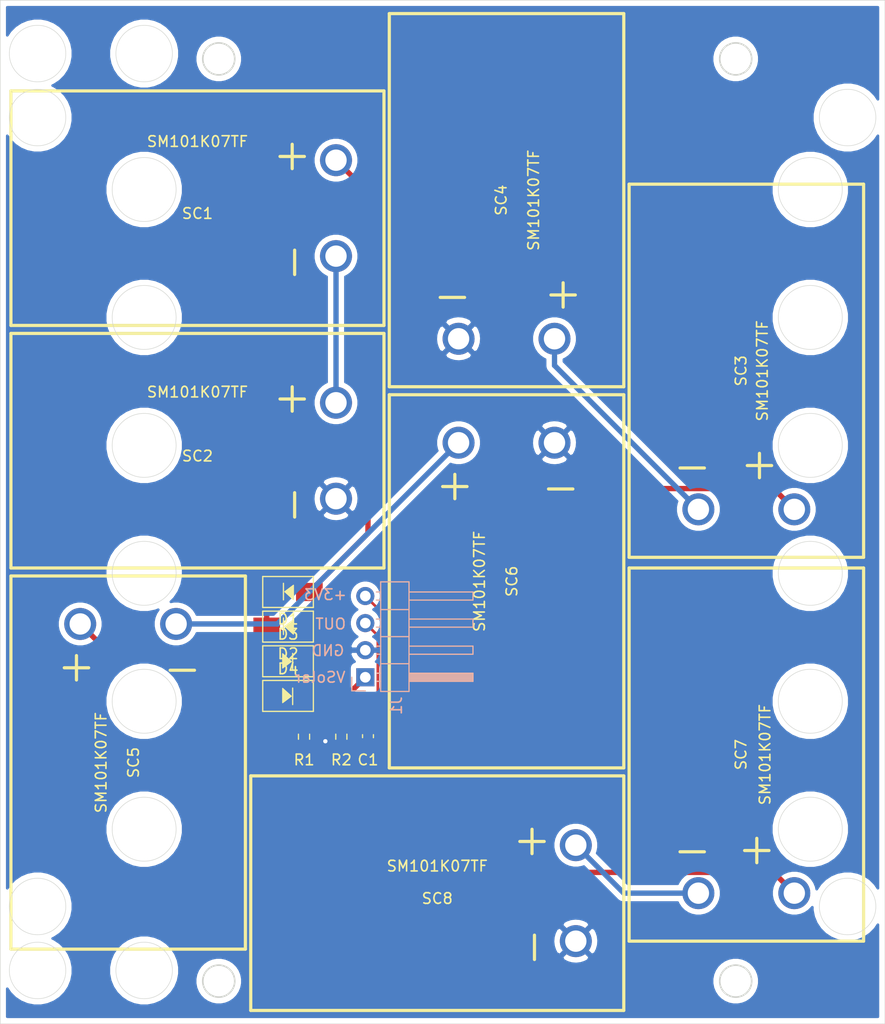
<source format=kicad_pcb>
(kicad_pcb (version 20171130) (host pcbnew "(5.1.10)-1")

  (general
    (thickness 1.6)
    (drawings 158)
    (tracks 43)
    (zones 0)
    (modules 16)
    (nets 13)
  )

  (page A4)
  (title_block
    (title "Solar Configuration for -Y; V1 Stucture")
    (date 2022-03-30)
    (rev 1.0)
  )

  (layers
    (0 F.Cu signal)
    (31 B.Cu signal)
    (32 B.Adhes user)
    (33 F.Adhes user)
    (34 B.Paste user)
    (35 F.Paste user)
    (36 B.SilkS user)
    (37 F.SilkS user)
    (38 B.Mask user)
    (39 F.Mask user)
    (40 Dwgs.User user hide)
    (41 Cmts.User user)
    (42 Eco1.User user)
    (43 Eco2.User user)
    (44 Edge.Cuts user)
    (45 Margin user)
    (46 B.CrtYd user)
    (47 F.CrtYd user)
    (48 B.Fab user)
    (49 F.Fab user hide)
  )

  (setup
    (last_trace_width 0.25)
    (user_trace_width 0.5)
    (trace_clearance 0.2)
    (zone_clearance 0.508)
    (zone_45_only no)
    (trace_min 0.2)
    (via_size 0.8)
    (via_drill 0.4)
    (via_min_size 0.4)
    (via_min_drill 0.3)
    (uvia_size 0.3)
    (uvia_drill 0.1)
    (uvias_allowed no)
    (uvia_min_size 0.2)
    (uvia_min_drill 0.1)
    (edge_width 0.05)
    (segment_width 0.2)
    (pcb_text_width 0.3)
    (pcb_text_size 1.5 1.5)
    (mod_edge_width 0.12)
    (mod_text_size 1 1)
    (mod_text_width 0.15)
    (pad_size 1.7 1.7)
    (pad_drill 1)
    (pad_to_mask_clearance 0)
    (aux_axis_origin 0 0)
    (visible_elements 7FFFFFFF)
    (pcbplotparams
      (layerselection 0x010fc_ffffffff)
      (usegerberextensions false)
      (usegerberattributes true)
      (usegerberadvancedattributes true)
      (creategerberjobfile true)
      (excludeedgelayer true)
      (linewidth 0.100000)
      (plotframeref false)
      (viasonmask false)
      (mode 1)
      (useauxorigin false)
      (hpglpennumber 1)
      (hpglpenspeed 20)
      (hpglpendiameter 15.000000)
      (psnegative false)
      (psa4output false)
      (plotreference true)
      (plotvalue true)
      (plotinvisibletext false)
      (padsonsilk false)
      (subtractmaskfromsilk false)
      (outputformat 1)
      (mirror false)
      (drillshape 1)
      (scaleselection 1)
      (outputdirectory "-Y Extras/Swiss Cheese/"))
  )

  (net 0 "")
  (net 1 GND)
  (net 2 +3V3)
  (net 3 VSOLAR)
  (net 4 OUT)
  (net 5 "Net-(SC1-Pad2)")
  (net 6 "Net-(SC3-Pad2)")
  (net 7 "Net-(SC5-Pad2)")
  (net 8 "Net-(SC7-Pad2)")
  (net 9 "Net-(D1-Pad2)")
  (net 10 "Net-(D2-Pad2)")
  (net 11 "Net-(D3-Pad2)")
  (net 12 "Net-(D4-Pad2)")

  (net_class Default "This is the default net class."
    (clearance 0.2)
    (trace_width 0.25)
    (via_dia 0.8)
    (via_drill 0.4)
    (uvia_dia 0.3)
    (uvia_drill 0.1)
    (add_net +3V3)
    (add_net GND)
    (add_net "Net-(D1-Pad2)")
    (add_net "Net-(D2-Pad2)")
    (add_net "Net-(D3-Pad2)")
    (add_net "Net-(D4-Pad2)")
    (add_net "Net-(SC1-Pad2)")
    (add_net "Net-(SC3-Pad2)")
    (add_net "Net-(SC5-Pad2)")
    (add_net "Net-(SC7-Pad2)")
    (add_net OUT)
    (add_net VSOLAR)
  )

  (module SolarPanelBoards:SM101K07TF (layer F.Cu) (tedit 614D4B0F) (tstamp 6204A931)
    (at 131 134.75)
    (path /62087697)
    (fp_text reference SC8 (at 0 0.5) (layer F.SilkS)
      (effects (font (size 1 1) (thickness 0.15)))
    )
    (fp_text value SM101K07TF (at 0 -2.54) (layer F.SilkS)
      (effects (font (size 1 1) (thickness 0.15)))
    )
    (fp_text user - (at 8.89 5.08 90) (layer F.SilkS)
      (effects (font (size 3 3) (thickness 0.3)))
    )
    (fp_text user + (at 8.89 -5.08) (layer F.SilkS)
      (effects (font (size 3 3) (thickness 0.3)))
    )
    (fp_line (start -17.5 11) (end -17.5 -11) (layer F.SilkS) (width 0.3))
    (fp_line (start 17.5 11) (end -17.5 11) (layer F.SilkS) (width 0.3))
    (fp_line (start 17.5 -11) (end 17.5 11) (layer F.SilkS) (width 0.3))
    (fp_line (start -17.5 -11) (end 17.5 -11) (layer F.SilkS) (width 0.3))
    (pad 2 thru_hole circle (at 13 4.5) (size 3 3) (drill 2) (layers *.Cu *.Mask)
      (net 1 GND))
    (pad 1 thru_hole circle (at 13 -4.5) (size 3 3) (drill 2) (layers *.Cu *.Mask)
      (net 8 "Net-(SC7-Pad2)"))
    (model "C:/Users/grant/Downloads/SM101K07TF v3.step"
      (offset (xyz 17.5 -11 0))
      (scale (xyz 1 1 1))
      (rotate (xyz 0 0 -90))
    )
  )

  (module SolarPanelBoards:SM101K07TF (layer F.Cu) (tedit 614D4B0F) (tstamp 6244E1A5)
    (at 160 121.75 270)
    (path /6208768B)
    (fp_text reference SC7 (at 0 0.5 90) (layer F.SilkS)
      (effects (font (size 1 1) (thickness 0.15)))
    )
    (fp_text value SM101K07TF (at 0 -1.75 90) (layer F.SilkS)
      (effects (font (size 1 1) (thickness 0.15)))
    )
    (fp_text user - (at 8.89 5.08) (layer F.SilkS)
      (effects (font (size 3 3) (thickness 0.3)))
    )
    (fp_text user + (at 9 -0.75 90) (layer F.SilkS)
      (effects (font (size 3 3) (thickness 0.3)))
    )
    (fp_line (start -17.5 11) (end -17.5 -11) (layer F.SilkS) (width 0.3))
    (fp_line (start 17.5 11) (end -17.5 11) (layer F.SilkS) (width 0.3))
    (fp_line (start 17.5 -11) (end 17.5 11) (layer F.SilkS) (width 0.3))
    (fp_line (start -17.5 -11) (end 17.5 -11) (layer F.SilkS) (width 0.3))
    (pad 2 thru_hole circle (at 13 4.5 270) (size 3 3) (drill 2) (layers *.Cu *.Mask)
      (net 8 "Net-(SC7-Pad2)"))
    (pad 1 thru_hole circle (at 13 -4.5 270) (size 3 3) (drill 2) (layers *.Cu *.Mask)
      (net 12 "Net-(D4-Pad2)"))
    (model "C:/Users/grant/Downloads/SM101K07TF v3.step"
      (offset (xyz 17.5 -11 0))
      (scale (xyz 1 1 1))
      (rotate (xyz 0 0 -90))
    )
  )

  (module SolarPanelBoards:SM101K07TF (layer F.Cu) (tedit 614D4B0F) (tstamp 61285292)
    (at 137.5 105.5 90)
    (path /61455D69)
    (fp_text reference SC6 (at 0 0.5 90) (layer F.SilkS)
      (effects (font (size 1 1) (thickness 0.15)))
    )
    (fp_text value SM101K07TF (at 0 -2.54 90) (layer F.SilkS)
      (effects (font (size 1 1) (thickness 0.15)))
    )
    (fp_text user - (at 8.89 5.08) (layer F.SilkS)
      (effects (font (size 3 3) (thickness 0.3)))
    )
    (fp_text user + (at 8.89 -5.08 90) (layer F.SilkS)
      (effects (font (size 3 3) (thickness 0.3)))
    )
    (fp_line (start -17.5 11) (end -17.5 -11) (layer F.SilkS) (width 0.3))
    (fp_line (start 17.5 11) (end -17.5 11) (layer F.SilkS) (width 0.3))
    (fp_line (start 17.5 -11) (end 17.5 11) (layer F.SilkS) (width 0.3))
    (fp_line (start -17.5 -11) (end 17.5 -11) (layer F.SilkS) (width 0.3))
    (pad 2 thru_hole circle (at 13 4.5 90) (size 3 3) (drill 2) (layers *.Cu *.Mask)
      (net 1 GND))
    (pad 1 thru_hole circle (at 13 -4.5 90) (size 3 3) (drill 2) (layers *.Cu *.Mask)
      (net 7 "Net-(SC5-Pad2)"))
    (model "C:/Users/grant/Downloads/SM101K07TF v3.step"
      (offset (xyz 17.5 -11 0))
      (scale (xyz 1 1 1))
      (rotate (xyz 0 0 -90))
    )
  )

  (module SolarPanelBoards:SM101K07TF (layer F.Cu) (tedit 614D4B0F) (tstamp 61285286)
    (at 102 122.5 90)
    (path /61455D67)
    (fp_text reference SC5 (at 0 0.5 90) (layer F.SilkS)
      (effects (font (size 1 1) (thickness 0.15)))
    )
    (fp_text value SM101K07TF (at 0 -2.54 90) (layer F.SilkS)
      (effects (font (size 1 1) (thickness 0.15)))
    )
    (fp_text user - (at 8.89 5.08) (layer F.SilkS)
      (effects (font (size 3 3) (thickness 0.3)))
    )
    (fp_text user + (at 8.89 -5.08 90) (layer F.SilkS)
      (effects (font (size 3 3) (thickness 0.3)))
    )
    (fp_line (start -17.5 11) (end -17.5 -11) (layer F.SilkS) (width 0.3))
    (fp_line (start 17.5 11) (end -17.5 11) (layer F.SilkS) (width 0.3))
    (fp_line (start 17.5 -11) (end 17.5 11) (layer F.SilkS) (width 0.3))
    (fp_line (start -17.5 -11) (end 17.5 -11) (layer F.SilkS) (width 0.3))
    (pad 2 thru_hole circle (at 13 4.5 90) (size 3 3) (drill 2) (layers *.Cu *.Mask)
      (net 7 "Net-(SC5-Pad2)"))
    (pad 1 thru_hole circle (at 13 -4.5 90) (size 3 3) (drill 2) (layers *.Cu *.Mask)
      (net 11 "Net-(D3-Pad2)"))
    (model "C:/Users/grant/Downloads/SM101K07TF v3.step"
      (offset (xyz 17.5 -11 0))
      (scale (xyz 1 1 1))
      (rotate (xyz 0 0 -90))
    )
  )

  (module SolarPanelBoards:SM101K07TF (layer F.Cu) (tedit 614D4B0F) (tstamp 6128527A)
    (at 137.5 69.75 270)
    (path /61285A7B)
    (fp_text reference SC4 (at 0 0.5 90) (layer F.SilkS)
      (effects (font (size 1 1) (thickness 0.15)))
    )
    (fp_text value SM101K07TF (at 0 -2.54 90) (layer F.SilkS)
      (effects (font (size 1 1) (thickness 0.15)))
    )
    (fp_text user - (at 8.89 5.08) (layer F.SilkS)
      (effects (font (size 3 3) (thickness 0.3)))
    )
    (fp_text user + (at 8.89 -5.08 90) (layer F.SilkS)
      (effects (font (size 3 3) (thickness 0.3)))
    )
    (fp_line (start -17.5 11) (end -17.5 -11) (layer F.SilkS) (width 0.3))
    (fp_line (start 17.5 11) (end -17.5 11) (layer F.SilkS) (width 0.3))
    (fp_line (start 17.5 -11) (end 17.5 11) (layer F.SilkS) (width 0.3))
    (fp_line (start -17.5 -11) (end 17.5 -11) (layer F.SilkS) (width 0.3))
    (pad 2 thru_hole circle (at 13 4.5 270) (size 3 3) (drill 2) (layers *.Cu *.Mask)
      (net 1 GND))
    (pad 1 thru_hole circle (at 13 -4.5 270) (size 3 3) (drill 2) (layers *.Cu *.Mask)
      (net 6 "Net-(SC3-Pad2)"))
    (model "C:/Users/grant/Downloads/SM101K07TF v3.step"
      (offset (xyz 17.5 -11 0))
      (scale (xyz 1 1 1))
      (rotate (xyz 0 0 -90))
    )
  )

  (module SolarPanelBoards:SM101K07TF (layer F.Cu) (tedit 614D4B0F) (tstamp 6128526E)
    (at 160 85.75 270)
    (path /6128524D)
    (fp_text reference SC3 (at 0 0.5 90) (layer F.SilkS)
      (effects (font (size 1 1) (thickness 0.15)))
    )
    (fp_text value SM101K07TF (at 0 -1.5 90) (layer F.SilkS)
      (effects (font (size 1 1) (thickness 0.15)))
    )
    (fp_text user - (at 8.89 5.08) (layer F.SilkS)
      (effects (font (size 3 3) (thickness 0.3)))
    )
    (fp_text user + (at 8.89 -1 90) (layer F.SilkS)
      (effects (font (size 3 3) (thickness 0.3)))
    )
    (fp_line (start -17.5 11) (end -17.5 -11) (layer F.SilkS) (width 0.3))
    (fp_line (start 17.5 11) (end -17.5 11) (layer F.SilkS) (width 0.3))
    (fp_line (start 17.5 -11) (end 17.5 11) (layer F.SilkS) (width 0.3))
    (fp_line (start -17.5 -11) (end 17.5 -11) (layer F.SilkS) (width 0.3))
    (pad 2 thru_hole circle (at 13 4.5 270) (size 3 3) (drill 2) (layers *.Cu *.Mask)
      (net 6 "Net-(SC3-Pad2)"))
    (pad 1 thru_hole circle (at 13 -4.5 270) (size 3 3) (drill 2) (layers *.Cu *.Mask)
      (net 10 "Net-(D2-Pad2)"))
    (model "C:/Users/grant/Downloads/SM101K07TF v3.step"
      (offset (xyz 17.5 -11 0))
      (scale (xyz 1 1 1))
      (rotate (xyz 0 0 -90))
    )
  )

  (module SolarPanelBoards:SM101K07TF (layer F.Cu) (tedit 614D4B0F) (tstamp 61285262)
    (at 108.5 93.25)
    (path /612849A3)
    (fp_text reference SC2 (at 0 0.5) (layer F.SilkS)
      (effects (font (size 1 1) (thickness 0.15)))
    )
    (fp_text value SM101K07TF (at 0 -5.5) (layer F.SilkS)
      (effects (font (size 1 1) (thickness 0.15)))
    )
    (fp_text user - (at 8.89 5.08 90) (layer F.SilkS)
      (effects (font (size 3 3) (thickness 0.3)))
    )
    (fp_text user + (at 8.89 -5.08) (layer F.SilkS)
      (effects (font (size 3 3) (thickness 0.3)))
    )
    (fp_line (start -17.5 11) (end -17.5 -11) (layer F.SilkS) (width 0.3))
    (fp_line (start 17.5 11) (end -17.5 11) (layer F.SilkS) (width 0.3))
    (fp_line (start 17.5 -11) (end 17.5 11) (layer F.SilkS) (width 0.3))
    (fp_line (start -17.5 -11) (end 17.5 -11) (layer F.SilkS) (width 0.3))
    (pad 2 thru_hole circle (at 13 4.5) (size 3 3) (drill 2) (layers *.Cu *.Mask)
      (net 1 GND))
    (pad 1 thru_hole circle (at 13 -4.5) (size 3 3) (drill 2) (layers *.Cu *.Mask)
      (net 5 "Net-(SC1-Pad2)"))
    (model "C:/Users/grant/Downloads/SM101K07TF v3.step"
      (offset (xyz 17.5 -11 0))
      (scale (xyz 1 1 1))
      (rotate (xyz 0 0 -90))
    )
  )

  (module SolarPanelBoards:SM101K07TF (layer F.Cu) (tedit 614D4B0F) (tstamp 61285256)
    (at 108.5 70.5)
    (path /6143BD42)
    (fp_text reference SC1 (at 0 0.5) (layer F.SilkS)
      (effects (font (size 1 1) (thickness 0.15)))
    )
    (fp_text value SM101K07TF (at 0 -6.25) (layer F.SilkS)
      (effects (font (size 1 1) (thickness 0.15)))
    )
    (fp_text user - (at 8.89 5.08 90) (layer F.SilkS)
      (effects (font (size 3 3) (thickness 0.3)))
    )
    (fp_text user + (at 8.89 -5.08) (layer F.SilkS)
      (effects (font (size 3 3) (thickness 0.3)))
    )
    (fp_line (start -17.5 11) (end -17.5 -11) (layer F.SilkS) (width 0.3))
    (fp_line (start 17.5 11) (end -17.5 11) (layer F.SilkS) (width 0.3))
    (fp_line (start 17.5 -11) (end 17.5 11) (layer F.SilkS) (width 0.3))
    (fp_line (start -17.5 -11) (end 17.5 -11) (layer F.SilkS) (width 0.3))
    (pad 2 thru_hole circle (at 13 4.5) (size 3 3) (drill 2) (layers *.Cu *.Mask)
      (net 5 "Net-(SC1-Pad2)"))
    (pad 1 thru_hole circle (at 13 -4.5) (size 3 3) (drill 2) (layers *.Cu *.Mask)
      (net 9 "Net-(D1-Pad2)"))
    (model "C:/Users/grant/Downloads/SM101K07TF v3.step"
      (offset (xyz 17.5 -11 0))
      (scale (xyz 1 1 1))
      (rotate (xyz 0 0 -90))
    )
  )

  (module SolarPanelBoards:DO-214AC (layer F.Cu) (tedit 6131B737) (tstamp 6128521E)
    (at 117 116.25 180)
    (descr "Diode Footprint for CDBA240LL-HF")
    (path /61285A75)
    (attr smd)
    (fp_text reference D4 (at 0 2.54) (layer F.SilkS)
      (effects (font (size 1 1) (thickness 0.15)))
    )
    (fp_text value CDBA240LL-HF (at 0 -2.54) (layer F.Fab)
      (effects (font (size 1 1) (thickness 0.15)))
    )
    (fp_line (start -2.375 1.45) (end 2.375 1.45) (layer F.SilkS) (width 0.12))
    (fp_line (start 2.375 1.45) (end 2.375 -1.45) (layer F.SilkS) (width 0.12))
    (fp_line (start -2.375 1.45) (end -2.375 -1.45) (layer F.SilkS) (width 0.12))
    (fp_line (start -2.375 -1.45) (end 2.375 -1.45) (layer F.SilkS) (width 0.12))
    (fp_poly (pts (xy 0.508 0.7112) (xy -0.3048 -0.0254) (xy 0.508 -0.635)) (layer F.SilkS) (width 0.1))
    (fp_line (start -0.4318 -0.8128) (end -0.4318 0.7366) (layer F.SilkS) (width 0.12))
    (pad 2 smd rect (at 2 0 180) (size 2.5 1.7) (layers F.Cu F.Paste F.Mask)
      (net 12 "Net-(D4-Pad2)"))
    (pad 1 smd rect (at -2 0 180) (size 2.5 1.7) (layers F.Cu F.Paste F.Mask)
      (net 3 VSOLAR))
    (model "C:/Users/grant/Downloads/sma-do-214ac-1.snapshot.1/SMA (DO-214AC).STEP"
      (at (xyz 0 0 0))
      (scale (xyz 1 1 1))
      (rotate (xyz -90 0 0))
    )
  )

  (module SolarPanelBoards:DO-214AC (layer F.Cu) (tedit 6131B737) (tstamp 61285212)
    (at 117 113 180)
    (descr "Diode Footprint for CDBA240LL-HF")
    (path /61285247)
    (attr smd)
    (fp_text reference D3 (at 0 2.54) (layer F.SilkS)
      (effects (font (size 1 1) (thickness 0.15)))
    )
    (fp_text value CDBA240LL-HF (at 0 -2.54) (layer F.Fab)
      (effects (font (size 1 1) (thickness 0.15)))
    )
    (fp_line (start -2.375 1.45) (end 2.375 1.45) (layer F.SilkS) (width 0.12))
    (fp_line (start 2.375 1.45) (end 2.375 -1.45) (layer F.SilkS) (width 0.12))
    (fp_line (start -2.375 1.45) (end -2.375 -1.45) (layer F.SilkS) (width 0.12))
    (fp_line (start -2.375 -1.45) (end 2.375 -1.45) (layer F.SilkS) (width 0.12))
    (fp_poly (pts (xy 0.508 0.7112) (xy -0.3048 -0.0254) (xy 0.508 -0.635)) (layer F.SilkS) (width 0.1))
    (fp_line (start -0.4318 -0.8128) (end -0.4318 0.7366) (layer F.SilkS) (width 0.12))
    (pad 2 smd rect (at 2 0 180) (size 2.5 1.7) (layers F.Cu F.Paste F.Mask)
      (net 11 "Net-(D3-Pad2)"))
    (pad 1 smd rect (at -2 0 180) (size 2.5 1.7) (layers F.Cu F.Paste F.Mask)
      (net 3 VSOLAR))
    (model "C:/Users/grant/Downloads/sma-do-214ac-1.snapshot.1/SMA (DO-214AC).STEP"
      (at (xyz 0 0 0))
      (scale (xyz 1 1 1))
      (rotate (xyz -90 0 0))
    )
  )

  (module SolarPanelBoards:DO-214AC (layer F.Cu) (tedit 6131B737) (tstamp 6128522A)
    (at 117 109.75)
    (descr "Diode Footprint for CDBA240LL-HF")
    (path /61455D66)
    (attr smd)
    (fp_text reference D2 (at 0 2.54) (layer F.SilkS)
      (effects (font (size 1 1) (thickness 0.15)))
    )
    (fp_text value CDBA240LL-HF (at 0 -2.54) (layer F.Fab)
      (effects (font (size 1 1) (thickness 0.15)))
    )
    (fp_line (start -2.375 1.45) (end 2.375 1.45) (layer F.SilkS) (width 0.12))
    (fp_line (start 2.375 1.45) (end 2.375 -1.45) (layer F.SilkS) (width 0.12))
    (fp_line (start -2.375 1.45) (end -2.375 -1.45) (layer F.SilkS) (width 0.12))
    (fp_line (start -2.375 -1.45) (end 2.375 -1.45) (layer F.SilkS) (width 0.12))
    (fp_poly (pts (xy 0.508 0.7112) (xy -0.3048 -0.0254) (xy 0.508 -0.635)) (layer F.SilkS) (width 0.1))
    (fp_line (start -0.4318 -0.8128) (end -0.4318 0.7366) (layer F.SilkS) (width 0.12))
    (pad 2 smd rect (at 2 0) (size 2.5 1.7) (layers F.Cu F.Paste F.Mask)
      (net 10 "Net-(D2-Pad2)"))
    (pad 1 smd rect (at -2 0) (size 2.5 1.7) (layers F.Cu F.Paste F.Mask)
      (net 3 VSOLAR))
    (model "C:/Users/grant/Downloads/sma-do-214ac-1.snapshot.1/SMA (DO-214AC).STEP"
      (at (xyz 0 0 0))
      (scale (xyz 1 1 1))
      (rotate (xyz -90 0 0))
    )
  )

  (module SolarPanelBoards:DO-214AC (layer F.Cu) (tedit 6131B737) (tstamp 612851FA)
    (at 117 106.5)
    (descr "Diode Footprint for CDBA240LL-HF")
    (path /61067859)
    (attr smd)
    (fp_text reference D1 (at 0 2.54) (layer F.SilkS)
      (effects (font (size 1 1) (thickness 0.15)))
    )
    (fp_text value CDBA240LL-HF (at 0 -2.54) (layer F.Fab)
      (effects (font (size 1 1) (thickness 0.15)))
    )
    (fp_line (start -2.375 1.45) (end 2.375 1.45) (layer F.SilkS) (width 0.12))
    (fp_line (start 2.375 1.45) (end 2.375 -1.45) (layer F.SilkS) (width 0.12))
    (fp_line (start -2.375 1.45) (end -2.375 -1.45) (layer F.SilkS) (width 0.12))
    (fp_line (start -2.375 -1.45) (end 2.375 -1.45) (layer F.SilkS) (width 0.12))
    (fp_poly (pts (xy 0.508 0.7112) (xy -0.3048 -0.0254) (xy 0.508 -0.635)) (layer F.SilkS) (width 0.1))
    (fp_line (start -0.4318 -0.8128) (end -0.4318 0.7366) (layer F.SilkS) (width 0.12))
    (pad 2 smd rect (at 2 0) (size 2.5 1.7) (layers F.Cu F.Paste F.Mask)
      (net 9 "Net-(D1-Pad2)"))
    (pad 1 smd rect (at -2 0) (size 2.5 1.7) (layers F.Cu F.Paste F.Mask)
      (net 3 VSOLAR))
    (model "C:/Users/grant/Downloads/sma-do-214ac-1.snapshot.1/SMA (DO-214AC).STEP"
      (at (xyz 0 0 0))
      (scale (xyz 1 1 1))
      (rotate (xyz -90 0 0))
    )
  )

  (module Resistor_SMD:R_0603_1608Metric (layer F.Cu) (tedit 5F68FEEE) (tstamp 624547E0)
    (at 122 120.075 270)
    (descr "Resistor SMD 0603 (1608 Metric), square (rectangular) end terminal, IPC_7351 nominal, (Body size source: IPC-SM-782 page 72, https://www.pcb-3d.com/wordpress/wp-content/uploads/ipc-sm-782a_amendment_1_and_2.pdf), generated with kicad-footprint-generator")
    (tags resistor)
    (path /61FF6451)
    (attr smd)
    (fp_text reference R2 (at 2.175 0 180) (layer F.SilkS)
      (effects (font (size 1 1) (thickness 0.15)))
    )
    (fp_text value R (at 0 1.43 90) (layer F.Fab)
      (effects (font (size 1 1) (thickness 0.15)))
    )
    (fp_line (start -0.8 0.4125) (end -0.8 -0.4125) (layer F.Fab) (width 0.1))
    (fp_line (start -0.8 -0.4125) (end 0.8 -0.4125) (layer F.Fab) (width 0.1))
    (fp_line (start 0.8 -0.4125) (end 0.8 0.4125) (layer F.Fab) (width 0.1))
    (fp_line (start 0.8 0.4125) (end -0.8 0.4125) (layer F.Fab) (width 0.1))
    (fp_line (start -0.237258 -0.5225) (end 0.237258 -0.5225) (layer F.SilkS) (width 0.12))
    (fp_line (start -0.237258 0.5225) (end 0.237258 0.5225) (layer F.SilkS) (width 0.12))
    (fp_line (start -1.48 0.73) (end -1.48 -0.73) (layer F.CrtYd) (width 0.05))
    (fp_line (start -1.48 -0.73) (end 1.48 -0.73) (layer F.CrtYd) (width 0.05))
    (fp_line (start 1.48 -0.73) (end 1.48 0.73) (layer F.CrtYd) (width 0.05))
    (fp_line (start 1.48 0.73) (end -1.48 0.73) (layer F.CrtYd) (width 0.05))
    (fp_text user %R (at 0 0 90) (layer F.Fab)
      (effects (font (size 0.4 0.4) (thickness 0.06)))
    )
    (pad 2 smd roundrect (at 0.825 0 270) (size 0.8 0.95) (layers F.Cu F.Paste F.Mask) (roundrect_rratio 0.25)
      (net 1 GND))
    (pad 1 smd roundrect (at -0.825 0 270) (size 0.8 0.95) (layers F.Cu F.Paste F.Mask) (roundrect_rratio 0.25)
      (net 4 OUT))
    (model ${KISYS3DMOD}/Resistor_SMD.3dshapes/R_0603_1608Metric.wrl
      (at (xyz 0 0 0))
      (scale (xyz 1 1 1))
      (rotate (xyz 0 0 0))
    )
  )

  (module Resistor_SMD:R_0603_1608Metric (layer F.Cu) (tedit 5F68FEEE) (tstamp 624547B0)
    (at 118.5 120.075 90)
    (descr "Resistor SMD 0603 (1608 Metric), square (rectangular) end terminal, IPC_7351 nominal, (Body size source: IPC-SM-782 page 72, https://www.pcb-3d.com/wordpress/wp-content/uploads/ipc-sm-782a_amendment_1_and_2.pdf), generated with kicad-footprint-generator")
    (tags resistor)
    (path /61FF37C8)
    (attr smd)
    (fp_text reference R1 (at -2.175 0.009 180) (layer F.SilkS)
      (effects (font (size 1 1) (thickness 0.15)))
    )
    (fp_text value ALS-PT19 (at 0 1.43 90) (layer F.Fab)
      (effects (font (size 1 1) (thickness 0.15)))
    )
    (fp_line (start -0.8 0.4125) (end -0.8 -0.4125) (layer F.Fab) (width 0.1))
    (fp_line (start -0.8 -0.4125) (end 0.8 -0.4125) (layer F.Fab) (width 0.1))
    (fp_line (start 0.8 -0.4125) (end 0.8 0.4125) (layer F.Fab) (width 0.1))
    (fp_line (start 0.8 0.4125) (end -0.8 0.4125) (layer F.Fab) (width 0.1))
    (fp_line (start -0.237258 -0.5225) (end 0.237258 -0.5225) (layer F.SilkS) (width 0.12))
    (fp_line (start -0.237258 0.5225) (end 0.237258 0.5225) (layer F.SilkS) (width 0.12))
    (fp_line (start -1.48 0.73) (end -1.48 -0.73) (layer F.CrtYd) (width 0.05))
    (fp_line (start -1.48 -0.73) (end 1.48 -0.73) (layer F.CrtYd) (width 0.05))
    (fp_line (start 1.48 -0.73) (end 1.48 0.73) (layer F.CrtYd) (width 0.05))
    (fp_line (start 1.48 0.73) (end -1.48 0.73) (layer F.CrtYd) (width 0.05))
    (fp_text user %R (at 0 0 90) (layer F.Fab)
      (effects (font (size 0.4 0.4) (thickness 0.06)))
    )
    (pad 2 smd roundrect (at 0.825 0 90) (size 0.8 0.95) (layers F.Cu F.Paste F.Mask) (roundrect_rratio 0.25)
      (net 4 OUT))
    (pad 1 smd roundrect (at -0.825 0 90) (size 0.8 0.95) (layers F.Cu F.Paste F.Mask) (roundrect_rratio 0.25)
      (net 2 +3V3))
    (model ${KISYS3DMOD}/Resistor_SMD.3dshapes/R_0603_1608Metric.wrl
      (at (xyz 0 0 0))
      (scale (xyz 1 1 1))
      (rotate (xyz 0 0 0))
    )
  )

  (module Capacitor_SMD:C_0603_1608Metric (layer F.Cu) (tedit 5F68FEEE) (tstamp 62454810)
    (at 124.5 120.025 270)
    (descr "Capacitor SMD 0603 (1608 Metric), square (rectangular) end terminal, IPC_7351 nominal, (Body size source: IPC-SM-782 page 76, https://www.pcb-3d.com/wordpress/wp-content/uploads/ipc-sm-782a_amendment_1_and_2.pdf), generated with kicad-footprint-generator")
    (tags capacitor)
    (path /61FF8764)
    (attr smd)
    (fp_text reference C1 (at 2.225 0 180) (layer F.SilkS)
      (effects (font (size 1 1) (thickness 0.15)))
    )
    (fp_text value C (at 0 1.43 90) (layer F.Fab)
      (effects (font (size 1 1) (thickness 0.15)))
    )
    (fp_line (start -0.8 0.4) (end -0.8 -0.4) (layer F.Fab) (width 0.1))
    (fp_line (start -0.8 -0.4) (end 0.8 -0.4) (layer F.Fab) (width 0.1))
    (fp_line (start 0.8 -0.4) (end 0.8 0.4) (layer F.Fab) (width 0.1))
    (fp_line (start 0.8 0.4) (end -0.8 0.4) (layer F.Fab) (width 0.1))
    (fp_line (start -0.14058 -0.51) (end 0.14058 -0.51) (layer F.SilkS) (width 0.12))
    (fp_line (start -0.14058 0.51) (end 0.14058 0.51) (layer F.SilkS) (width 0.12))
    (fp_line (start -1.48 0.73) (end -1.48 -0.73) (layer F.CrtYd) (width 0.05))
    (fp_line (start -1.48 -0.73) (end 1.48 -0.73) (layer F.CrtYd) (width 0.05))
    (fp_line (start 1.48 -0.73) (end 1.48 0.73) (layer F.CrtYd) (width 0.05))
    (fp_line (start 1.48 0.73) (end -1.48 0.73) (layer F.CrtYd) (width 0.05))
    (fp_text user %R (at 0 0 90) (layer F.Fab)
      (effects (font (size 0.4 0.4) (thickness 0.06)))
    )
    (pad 2 smd roundrect (at 0.775 0 270) (size 0.9 0.95) (layers F.Cu F.Paste F.Mask) (roundrect_rratio 0.25)
      (net 1 GND))
    (pad 1 smd roundrect (at -0.775 0 270) (size 0.9 0.95) (layers F.Cu F.Paste F.Mask) (roundrect_rratio 0.25)
      (net 4 OUT))
    (model ${KISYS3DMOD}/Capacitor_SMD.3dshapes/C_0603_1608Metric.wrl
      (at (xyz 0 0 0))
      (scale (xyz 1 1 1))
      (rotate (xyz 0 0 0))
    )
  )

  (module Connector_PinHeader_2.54mm:PinHeader_1x04_P2.54mm_Horizontal (layer B.Cu) (tedit 59FED5CB) (tstamp 6245487C)
    (at 124.25 114.5)
    (descr "Through hole angled pin header, 1x04, 2.54mm pitch, 6mm pin length, single row")
    (tags "Through hole angled pin header THT 1x04 2.54mm single row")
    (path /61F4A1BA)
    (fp_text reference J1 (at 2.921 2.667 270) (layer B.SilkS)
      (effects (font (size 1 1) (thickness 0.15)) (justify mirror))
    )
    (fp_text value Conn_01x04 (at 4.385 -9.89 180) (layer B.Fab)
      (effects (font (size 1 1) (thickness 0.15)) (justify mirror))
    )
    (fp_line (start 10.55 1.8) (end -1.8 1.8) (layer B.CrtYd) (width 0.05))
    (fp_line (start 10.55 -9.4) (end 10.55 1.8) (layer B.CrtYd) (width 0.05))
    (fp_line (start -1.8 -9.4) (end 10.55 -9.4) (layer B.CrtYd) (width 0.05))
    (fp_line (start -1.8 1.8) (end -1.8 -9.4) (layer B.CrtYd) (width 0.05))
    (fp_line (start -1.27 1.27) (end 0 1.27) (layer B.SilkS) (width 0.12))
    (fp_line (start -1.27 0) (end -1.27 1.27) (layer B.SilkS) (width 0.12))
    (fp_line (start 1.042929 -8) (end 1.44 -8) (layer B.SilkS) (width 0.12))
    (fp_line (start 1.042929 -7.24) (end 1.44 -7.24) (layer B.SilkS) (width 0.12))
    (fp_line (start 10.1 -8) (end 4.1 -8) (layer B.SilkS) (width 0.12))
    (fp_line (start 10.1 -7.24) (end 10.1 -8) (layer B.SilkS) (width 0.12))
    (fp_line (start 4.1 -7.24) (end 10.1 -7.24) (layer B.SilkS) (width 0.12))
    (fp_line (start 1.44 -6.35) (end 4.1 -6.35) (layer B.SilkS) (width 0.12))
    (fp_line (start 1.042929 -5.46) (end 1.44 -5.46) (layer B.SilkS) (width 0.12))
    (fp_line (start 1.042929 -4.7) (end 1.44 -4.7) (layer B.SilkS) (width 0.12))
    (fp_line (start 10.1 -5.46) (end 4.1 -5.46) (layer B.SilkS) (width 0.12))
    (fp_line (start 10.1 -4.7) (end 10.1 -5.46) (layer B.SilkS) (width 0.12))
    (fp_line (start 4.1 -4.7) (end 10.1 -4.7) (layer B.SilkS) (width 0.12))
    (fp_line (start 1.44 -3.81) (end 4.1 -3.81) (layer B.SilkS) (width 0.12))
    (fp_line (start 1.042929 -2.92) (end 1.44 -2.92) (layer B.SilkS) (width 0.12))
    (fp_line (start 1.042929 -2.16) (end 1.44 -2.16) (layer B.SilkS) (width 0.12))
    (fp_line (start 10.1 -2.92) (end 4.1 -2.92) (layer B.SilkS) (width 0.12))
    (fp_line (start 10.1 -2.16) (end 10.1 -2.92) (layer B.SilkS) (width 0.12))
    (fp_line (start 4.1 -2.16) (end 10.1 -2.16) (layer B.SilkS) (width 0.12))
    (fp_line (start 1.44 -1.27) (end 4.1 -1.27) (layer B.SilkS) (width 0.12))
    (fp_line (start 1.11 -0.38) (end 1.44 -0.38) (layer B.SilkS) (width 0.12))
    (fp_line (start 1.11 0.38) (end 1.44 0.38) (layer B.SilkS) (width 0.12))
    (fp_line (start 4.1 -0.28) (end 10.1 -0.28) (layer B.SilkS) (width 0.12))
    (fp_line (start 4.1 -0.16) (end 10.1 -0.16) (layer B.SilkS) (width 0.12))
    (fp_line (start 4.1 -0.04) (end 10.1 -0.04) (layer B.SilkS) (width 0.12))
    (fp_line (start 4.1 0.08) (end 10.1 0.08) (layer B.SilkS) (width 0.12))
    (fp_line (start 4.1 0.2) (end 10.1 0.2) (layer B.SilkS) (width 0.12))
    (fp_line (start 4.1 0.32) (end 10.1 0.32) (layer B.SilkS) (width 0.12))
    (fp_line (start 10.1 -0.38) (end 4.1 -0.38) (layer B.SilkS) (width 0.12))
    (fp_line (start 10.1 0.38) (end 10.1 -0.38) (layer B.SilkS) (width 0.12))
    (fp_line (start 4.1 0.38) (end 10.1 0.38) (layer B.SilkS) (width 0.12))
    (fp_line (start 4.1 1.33) (end 1.44 1.33) (layer B.SilkS) (width 0.12))
    (fp_line (start 4.1 -8.95) (end 4.1 1.33) (layer B.SilkS) (width 0.12))
    (fp_line (start 1.44 -8.95) (end 4.1 -8.95) (layer B.SilkS) (width 0.12))
    (fp_line (start 1.44 1.33) (end 1.44 -8.95) (layer B.SilkS) (width 0.12))
    (fp_line (start 4.04 -7.94) (end 10.04 -7.94) (layer B.Fab) (width 0.1))
    (fp_line (start 10.04 -7.3) (end 10.04 -7.94) (layer B.Fab) (width 0.1))
    (fp_line (start 4.04 -7.3) (end 10.04 -7.3) (layer B.Fab) (width 0.1))
    (fp_line (start -0.32 -7.94) (end 1.5 -7.94) (layer B.Fab) (width 0.1))
    (fp_line (start -0.32 -7.3) (end -0.32 -7.94) (layer B.Fab) (width 0.1))
    (fp_line (start -0.32 -7.3) (end 1.5 -7.3) (layer B.Fab) (width 0.1))
    (fp_line (start 4.04 -5.4) (end 10.04 -5.4) (layer B.Fab) (width 0.1))
    (fp_line (start 10.04 -4.76) (end 10.04 -5.4) (layer B.Fab) (width 0.1))
    (fp_line (start 4.04 -4.76) (end 10.04 -4.76) (layer B.Fab) (width 0.1))
    (fp_line (start -0.32 -5.4) (end 1.5 -5.4) (layer B.Fab) (width 0.1))
    (fp_line (start -0.32 -4.76) (end -0.32 -5.4) (layer B.Fab) (width 0.1))
    (fp_line (start -0.32 -4.76) (end 1.5 -4.76) (layer B.Fab) (width 0.1))
    (fp_line (start 4.04 -2.86) (end 10.04 -2.86) (layer B.Fab) (width 0.1))
    (fp_line (start 10.04 -2.22) (end 10.04 -2.86) (layer B.Fab) (width 0.1))
    (fp_line (start 4.04 -2.22) (end 10.04 -2.22) (layer B.Fab) (width 0.1))
    (fp_line (start -0.32 -2.86) (end 1.5 -2.86) (layer B.Fab) (width 0.1))
    (fp_line (start -0.32 -2.22) (end -0.32 -2.86) (layer B.Fab) (width 0.1))
    (fp_line (start -0.32 -2.22) (end 1.5 -2.22) (layer B.Fab) (width 0.1))
    (fp_line (start 4.04 -0.32) (end 10.04 -0.32) (layer B.Fab) (width 0.1))
    (fp_line (start 10.04 0.32) (end 10.04 -0.32) (layer B.Fab) (width 0.1))
    (fp_line (start 4.04 0.32) (end 10.04 0.32) (layer B.Fab) (width 0.1))
    (fp_line (start -0.32 -0.32) (end 1.5 -0.32) (layer B.Fab) (width 0.1))
    (fp_line (start -0.32 0.32) (end -0.32 -0.32) (layer B.Fab) (width 0.1))
    (fp_line (start -0.32 0.32) (end 1.5 0.32) (layer B.Fab) (width 0.1))
    (fp_line (start 1.5 0.635) (end 2.135 1.27) (layer B.Fab) (width 0.1))
    (fp_line (start 1.5 -8.89) (end 1.5 0.635) (layer B.Fab) (width 0.1))
    (fp_line (start 4.04 -8.89) (end 1.5 -8.89) (layer B.Fab) (width 0.1))
    (fp_line (start 4.04 1.27) (end 4.04 -8.89) (layer B.Fab) (width 0.1))
    (fp_line (start 2.135 1.27) (end 4.04 1.27) (layer B.Fab) (width 0.1))
    (fp_text user %R (at 2.77 -3.81 90) (layer B.Fab)
      (effects (font (size 1 1) (thickness 0.15)) (justify mirror))
    )
    (pad 4 thru_hole oval (at 0 -7.62) (size 1.7 1.7) (drill 1) (layers *.Cu *.Mask)
      (net 2 +3V3))
    (pad 3 thru_hole oval (at 0 -5.08) (size 1.7 1.7) (drill 1) (layers *.Cu *.Mask)
      (net 4 OUT))
    (pad 2 thru_hole oval (at 0 -2.54) (size 1.7 1.7) (drill 1) (layers *.Cu *.Mask)
      (net 1 GND))
    (pad 1 thru_hole rect (at 0 0) (size 1.7 1.7) (drill 1) (layers *.Cu *.Mask)
      (net 3 VSOLAR))
    (model ${KISYS3DMOD}/Connector_PinHeader_2.54mm.3dshapes/PinHeader_1x04_P2.54mm_Horizontal.wrl
      (at (xyz 0 0 0))
      (scale (xyz 1 1 1))
      (rotate (xyz 0 0 0))
    )
  )

  (gr_circle (center 166 68.75) (end 166 71.75) (layer Edge.Cuts) (width 0.05) (tstamp 6245597E))
  (gr_circle (center 166 80.75) (end 166 83.75) (layer Edge.Cuts) (width 0.05) (tstamp 6245597E))
  (gr_circle (center 166 92.75) (end 166 95.75) (layer Edge.Cuts) (width 0.05) (tstamp 6245597E))
  (gr_circle (center 166 104.75) (end 166 107.75) (layer Edge.Cuts) (width 0.05) (tstamp 6245597E))
  (gr_circle (center 166 116.75) (end 166 119.75) (layer Edge.Cuts) (width 0.05) (tstamp 6245597E))
  (gr_circle (center 166 128.75) (end 166 131.75) (layer Edge.Cuts) (width 0.05) (tstamp 6245597E))
  (gr_circle (center 103.5 68.75) (end 103.5 71.75) (layer Edge.Cuts) (width 0.05) (tstamp 6245597E))
  (gr_circle (center 103.5 80.75) (end 103.5 83.75) (layer Edge.Cuts) (width 0.05) (tstamp 6245597E))
  (gr_circle (center 103.5 92.75) (end 103.5 95.75) (layer Edge.Cuts) (width 0.05) (tstamp 6245597E))
  (gr_circle (center 103.5 104.75) (end 103.5 107.75) (layer Edge.Cuts) (width 0.05) (tstamp 6245597E))
  (gr_circle (center 103.5 116.75) (end 103.5 119.75) (layer Edge.Cuts) (width 0.05) (tstamp 6245597E))
  (gr_circle (center 103.5 128.75) (end 103.5 131.75) (layer Edge.Cuts) (width 0.05))
  (gr_circle (center 169.5 136) (end 172.15 136) (layer Edge.Cuts) (width 0.05) (tstamp 62455966))
  (gr_circle (center 169.5 62) (end 172.15 62) (layer Edge.Cuts) (width 0.05) (tstamp 62455966))
  (gr_circle (center 103.5 56) (end 106.15 56) (layer Edge.Cuts) (width 0.05) (tstamp 62455966))
  (gr_circle (center 93.5 56) (end 96.15 56) (layer Edge.Cuts) (width 0.05) (tstamp 62455966))
  (gr_circle (center 93.5 62) (end 96.15 62) (layer Edge.Cuts) (width 0.05) (tstamp 62455966))
  (gr_circle (center 103.5 142) (end 106.15 142) (layer Edge.Cuts) (width 0.05) (tstamp 62455966))
  (gr_circle (center 93.5 142) (end 96.15 142) (layer Edge.Cuts) (width 0.05) (tstamp 62455966))
  (gr_circle (center 93.5 136) (end 96.15 136) (layer Edge.Cuts) (width 0.05))
  (gr_line (start 161 138) (end 108.5 138) (layer Dwgs.User) (width 0.15))
  (gr_line (start 108.5 61.5) (end 108.5 138) (layer Dwgs.User) (width 0.15))
  (gr_line (start 161 61.5) (end 108.5 61.5) (layer Dwgs.User) (width 0.15))
  (gr_line (start 161 137.5) (end 161 138) (layer Dwgs.User) (width 0.15))
  (gr_line (start 161 136) (end 161 137.5) (layer Dwgs.User) (width 0.15))
  (gr_line (start 161 135.5) (end 161 136) (layer Dwgs.User) (width 0.15))
  (gr_line (start 161 61.5) (end 161 135.5) (layer Dwgs.User) (width 0.15))
  (dimension 9 (width 0.15) (layer Dwgs.User)
    (gr_text "9.000 mm" (at 174.8 142.5 90) (layer Dwgs.User)
      (effects (font (size 1 1) (thickness 0.15)))
    )
    (feature1 (pts (xy 173 138) (xy 174.086421 138)))
    (feature2 (pts (xy 173 147) (xy 174.086421 147)))
    (crossbar (pts (xy 173.5 147) (xy 173.5 138)))
    (arrow1a (pts (xy 173.5 138) (xy 174.086421 139.126504)))
    (arrow1b (pts (xy 173.5 138) (xy 172.913579 139.126504)))
    (arrow2a (pts (xy 173.5 147) (xy 174.086421 145.873496)))
    (arrow2b (pts (xy 173.5 147) (xy 172.913579 145.873496)))
  )
  (dimension 10.5 (width 0.15) (layer Dwgs.User)
    (gr_text "10.500 mm" (at 175.8 56.25 270) (layer Dwgs.User)
      (effects (font (size 1 1) (thickness 0.15)))
    )
    (feature1 (pts (xy 173 61.5) (xy 175.086421 61.5)))
    (feature2 (pts (xy 173 51) (xy 175.086421 51)))
    (crossbar (pts (xy 174.5 51) (xy 174.5 61.5)))
    (arrow1a (pts (xy 174.5 61.5) (xy 173.913579 60.373496)))
    (arrow1b (pts (xy 174.5 61.5) (xy 175.086421 60.373496)))
    (arrow2a (pts (xy 174.5 51) (xy 173.913579 52.126504)))
    (arrow2b (pts (xy 174.5 51) (xy 175.086421 52.126504)))
  )
  (dimension 12 (width 0.15) (layer Dwgs.User)
    (gr_text "12.000 mm" (at 167 45.2) (layer Dwgs.User)
      (effects (font (size 1 1) (thickness 0.15)))
    )
    (feature1 (pts (xy 161 51) (xy 161 45.913579)))
    (feature2 (pts (xy 173 51) (xy 173 45.913579)))
    (crossbar (pts (xy 173 46.5) (xy 161 46.5)))
    (arrow1a (pts (xy 161 46.5) (xy 162.126504 45.913579)))
    (arrow1b (pts (xy 161 46.5) (xy 162.126504 47.086421)))
    (arrow2a (pts (xy 173 46.5) (xy 171.873496 45.913579)))
    (arrow2b (pts (xy 173 46.5) (xy 171.873496 47.086421)))
  )
  (gr_circle (center 93.5 136) (end 96.15 136) (layer Dwgs.User) (width 0.15) (tstamp 62453DB7))
  (dimension 6 (width 0.15) (layer Dwgs.User)
    (gr_text "6.000 mm" (at 80.7 139 90) (layer Dwgs.User)
      (effects (font (size 1 1) (thickness 0.15)))
    )
    (feature1 (pts (xy 93.5 136) (xy 81.413579 136)))
    (feature2 (pts (xy 93.5 142) (xy 81.413579 142)))
    (crossbar (pts (xy 82 142) (xy 82 136)))
    (arrow1a (pts (xy 82 136) (xy 82.586421 137.126504)))
    (arrow1b (pts (xy 82 136) (xy 81.413579 137.126504)))
    (arrow2a (pts (xy 82 142) (xy 82.586421 140.873496)))
    (arrow2b (pts (xy 82 142) (xy 81.413579 140.873496)))
  )
  (gr_circle (center 93.5 142) (end 96.15 142) (layer Dwgs.User) (width 0.15) (tstamp 62453DB7))
  (gr_circle (center 93.5 62) (end 96.15 62) (layer Dwgs.User) (width 0.15) (tstamp 62453DB7))
  (gr_circle (center 93.5 56) (end 96.15 56) (layer Dwgs.User) (width 0.15) (tstamp 62453DB7))
  (gr_line (start 93.5 56) (end 93.5 147) (layer Dwgs.User) (width 0.15))
  (dimension 6 (width 0.15) (layer Dwgs.User)
    (gr_text "6.000 mm" (at 81.2 59 270) (layer Dwgs.User)
      (effects (font (size 1 1) (thickness 0.15)))
    )
    (feature1 (pts (xy 93.5 62) (xy 81.913579 62)))
    (feature2 (pts (xy 93.5 56) (xy 81.913579 56)))
    (crossbar (pts (xy 82.5 56) (xy 82.5 62)))
    (arrow1a (pts (xy 82.5 62) (xy 81.913579 60.873496)))
    (arrow1b (pts (xy 82.5 62) (xy 83.086421 60.873496)))
    (arrow2a (pts (xy 82.5 56) (xy 81.913579 57.126504)))
    (arrow2b (pts (xy 82.5 56) (xy 83.086421 57.126504)))
  )
  (dimension 10 (width 0.15) (layer Dwgs.User)
    (gr_text "10.000 mm" (at 98.5 41.7) (layer Dwgs.User)
      (effects (font (size 1 1) (thickness 0.15)))
    )
    (feature1 (pts (xy 93.5 56) (xy 93.5 42.413579)))
    (feature2 (pts (xy 103.5 56) (xy 103.5 42.413579)))
    (crossbar (pts (xy 103.5 43) (xy 93.5 43)))
    (arrow1a (pts (xy 93.5 43) (xy 94.626504 42.413579)))
    (arrow1b (pts (xy 93.5 43) (xy 94.626504 43.586421)))
    (arrow2a (pts (xy 103.5 43) (xy 102.373496 42.413579)))
    (arrow2b (pts (xy 103.5 43) (xy 102.373496 43.586421)))
  )
  (dimension 96 (width 0.15) (layer Dwgs.User)
    (gr_text "96.000 mm" (at 190.3 99 270) (layer Dwgs.User)
      (effects (font (size 1 1) (thickness 0.15)))
    )
    (feature1 (pts (xy 173 147) (xy 189.586421 147)))
    (feature2 (pts (xy 173 51) (xy 189.586421 51)))
    (crossbar (pts (xy 189 51) (xy 189 147)))
    (arrow1a (pts (xy 189 147) (xy 188.413579 145.873496)))
    (arrow1b (pts (xy 189 147) (xy 189.586421 145.873496)))
    (arrow2a (pts (xy 189 51) (xy 188.413579 52.126504)))
    (arrow2b (pts (xy 189 51) (xy 189.586421 52.126504)))
  )
  (gr_line (start 168.65 92.5) (end 168.65 93) (layer Dwgs.User) (width 0.15) (tstamp 62453D2B))
  (gr_line (start 168.65 128.5) (end 168.65 129) (layer Dwgs.User) (width 0.15) (tstamp 62453D2A))
  (gr_line (start 168.65 104.5) (end 168.65 105) (layer Dwgs.User) (width 0.15) (tstamp 62453D29))
  (gr_line (start 168.65 80.5) (end 168.65 81) (layer Dwgs.User) (width 0.15) (tstamp 62453D28))
  (gr_line (start 163.35 80.5) (end 163.35 81) (layer Dwgs.User) (width 0.15) (tstamp 62453D27))
  (gr_line (start 166 68.5) (end 166 128.5) (layer Dwgs.User) (width 0.15) (tstamp 62453D26))
  (gr_line (start 163.35 117) (end 163.35 116.5) (layer Dwgs.User) (width 0.15) (tstamp 62453D25))
  (gr_line (start 163.35 129) (end 163.35 128.5) (layer Dwgs.User) (width 0.15) (tstamp 62453D24))
  (gr_line (start 163.35 69) (end 163.35 68.5) (layer Dwgs.User) (width 0.15) (tstamp 62453D23))
  (gr_line (start 163.35 92.5) (end 163.35 93) (layer Dwgs.User) (width 0.15) (tstamp 62453D22))
  (gr_circle (center 166 104.5) (end 168.65 104.5) (layer Dwgs.User) (width 0.15) (tstamp 62453D21))
  (gr_circle (center 166 128.5) (end 168.65 128.5) (layer Dwgs.User) (width 0.15) (tstamp 62453D20))
  (gr_line (start 163.35 105) (end 163.35 104.5) (layer Dwgs.User) (width 0.15) (tstamp 62453D1F))
  (gr_line (start 168.65 116.5) (end 168.65 117) (layer Dwgs.User) (width 0.15) (tstamp 62453D1E))
  (gr_line (start 168.65 69) (end 168.65 68.5) (layer Dwgs.User) (width 0.15) (tstamp 62453D1D))
  (gr_circle (center 166 129) (end 168.65 129) (layer Dwgs.User) (width 0.15) (tstamp 62453D1C))
  (gr_circle (center 166 69) (end 168.65 69) (layer Dwgs.User) (width 0.15) (tstamp 62453D1B))
  (gr_circle (center 166 116.5) (end 168.65 116.5) (layer Dwgs.User) (width 0.15) (tstamp 62453D1A))
  (gr_circle (center 166 80.5) (end 168.65 80.5) (layer Dwgs.User) (width 0.15) (tstamp 62453D19))
  (gr_circle (center 166 92.5) (end 168.65 92.5) (layer Dwgs.User) (width 0.15) (tstamp 62453D18))
  (gr_circle (center 166 68.5) (end 168.65 68.5) (layer Dwgs.User) (width 0.15) (tstamp 62453D17))
  (gr_circle (center 166 117) (end 168.65 117) (layer Dwgs.User) (width 0.15) (tstamp 62453D16))
  (gr_circle (center 166 81) (end 168.65 81) (layer Dwgs.User) (width 0.15) (tstamp 62453D15))
  (gr_circle (center 166 93) (end 168.65 93) (layer Dwgs.User) (width 0.15) (tstamp 62453D14))
  (gr_circle (center 166 68.5) (end 168.65 68.5) (layer Dwgs.User) (width 0.15) (tstamp 62453D12))
  (gr_circle (center 166 129) (end 168.65 129) (layer Dwgs.User) (width 0.15) (tstamp 62453D11))
  (gr_line (start 166 69) (end 166 129) (layer Dwgs.User) (width 0.15) (tstamp 62453D10))
  (gr_circle (center 166 105) (end 168.65 105) (layer Dwgs.User) (width 0.15) (tstamp 62453D0E))
  (gr_line (start 166 56) (end 166 147) (layer Dwgs.User) (width 0.15) (tstamp 62453D0D))
  (gr_line (start 106.15 69) (end 106.15 68.5) (layer Dwgs.User) (width 0.15) (tstamp 62453CF6))
  (gr_line (start 100.85 69) (end 100.85 68.5) (layer Dwgs.User) (width 0.15) (tstamp 62453CF5))
  (gr_line (start 106.15 80.5) (end 106.15 81) (layer Dwgs.User) (width 0.15) (tstamp 62453CF4))
  (gr_line (start 100.85 80.5) (end 100.85 81) (layer Dwgs.User) (width 0.15) (tstamp 62453CF3))
  (gr_line (start 106.15 92.5) (end 106.15 93) (layer Dwgs.User) (width 0.15) (tstamp 62453CF2))
  (gr_line (start 100.85 92.5) (end 100.85 93) (layer Dwgs.User) (width 0.15) (tstamp 62453CF1))
  (gr_line (start 106.15 104.5) (end 106.15 105) (layer Dwgs.User) (width 0.15) (tstamp 62453CF0))
  (gr_line (start 100.85 105) (end 100.85 104.5) (layer Dwgs.User) (width 0.15) (tstamp 62453CEF))
  (gr_line (start 106.15 116.5) (end 106.15 117) (layer Dwgs.User) (width 0.15) (tstamp 62453CEE))
  (gr_line (start 100.85 117) (end 100.85 116.5) (layer Dwgs.User) (width 0.15) (tstamp 62453CED))
  (gr_line (start 106.15 128.5) (end 106.15 129) (layer Dwgs.User) (width 0.15) (tstamp 62453CEC))
  (gr_line (start 100.85 129) (end 100.85 128.5) (layer Dwgs.User) (width 0.15) (tstamp 62453CEB))
  (gr_circle (center 103.5 104.5) (end 106.15 104.5) (layer Dwgs.User) (width 0.15) (tstamp 62453CB4))
  (gr_circle (center 103.5 128.5) (end 106.15 128.5) (layer Dwgs.User) (width 0.15) (tstamp 62453CB3))
  (gr_line (start 103.5 68.5) (end 103.5 128.5) (layer Dwgs.User) (width 0.15) (tstamp 62453CB2))
  (gr_circle (center 103.5 116.5) (end 106.15 116.5) (layer Dwgs.User) (width 0.15) (tstamp 62453CB1))
  (gr_circle (center 103.5 80.5) (end 106.15 80.5) (layer Dwgs.User) (width 0.15) (tstamp 62453CAA))
  (gr_circle (center 103.5 92.5) (end 106.15 92.5) (layer Dwgs.User) (width 0.15) (tstamp 62453CA9))
  (gr_circle (center 103.5 68.5) (end 106.15 68.5) (layer Dwgs.User) (width 0.15) (tstamp 62453CA4))
  (gr_circle (center 103.5 105) (end 106.15 105) (layer Dwgs.User) (width 0.15) (tstamp 62453CB4))
  (gr_circle (center 103.5 129) (end 106.15 129) (layer Dwgs.User) (width 0.15) (tstamp 62453CB3))
  (gr_line (start 103.5 69) (end 103.5 129) (layer Dwgs.User) (width 0.15) (tstamp 62453CB2))
  (gr_circle (center 103.5 117) (end 106.15 117) (layer Dwgs.User) (width 0.15) (tstamp 62453CB1))
  (gr_circle (center 103.5 81) (end 106.15 81) (layer Dwgs.User) (width 0.15) (tstamp 62453CAA))
  (gr_circle (center 103.5 93) (end 106.15 93) (layer Dwgs.User) (width 0.15) (tstamp 62453CA9))
  (gr_circle (center 103.5 69) (end 106.15 69) (layer Dwgs.User) (width 0.15) (tstamp 62453CA4))
  (gr_circle (center 60 118) (end 62.65 118) (layer Dwgs.User) (width 0.15) (tstamp 62453C9B))
  (gr_circle (center 60 106) (end 62.65 106) (layer Dwgs.User) (width 0.15) (tstamp 62453C9B))
  (gr_circle (center 60 94) (end 62.65 94) (layer Dwgs.User) (width 0.15) (tstamp 62453C9B))
  (gr_circle (center 60 82) (end 62.65 82) (layer Dwgs.User) (width 0.15) (tstamp 62453C9B))
  (dimension 12 (width 0.15) (layer Dwgs.User)
    (gr_text "12.000 mm" (at 51.2 124 270) (layer Dwgs.User)
      (effects (font (size 1 1) (thickness 0.15)))
    )
    (feature1 (pts (xy 60 130) (xy 51.913579 130)))
    (feature2 (pts (xy 60 118) (xy 51.913579 118)))
    (crossbar (pts (xy 52.5 118) (xy 52.5 130)))
    (arrow1a (pts (xy 52.5 130) (xy 51.913579 128.873496)))
    (arrow1b (pts (xy 52.5 130) (xy 53.086421 128.873496)))
    (arrow2a (pts (xy 52.5 118) (xy 51.913579 119.126504)))
    (arrow2b (pts (xy 52.5 118) (xy 53.086421 119.126504)))
  )
  (dimension 12 (width 0.15) (layer Dwgs.User)
    (gr_text "12.000 mm" (at 51.2 112 270) (layer Dwgs.User)
      (effects (font (size 1 1) (thickness 0.15)))
    )
    (feature1 (pts (xy 60 118) (xy 51.913579 118)))
    (feature2 (pts (xy 60 106) (xy 51.913579 106)))
    (crossbar (pts (xy 52.5 106) (xy 52.5 118)))
    (arrow1a (pts (xy 52.5 118) (xy 51.913579 116.873496)))
    (arrow1b (pts (xy 52.5 118) (xy 53.086421 116.873496)))
    (arrow2a (pts (xy 52.5 106) (xy 51.913579 107.126504)))
    (arrow2b (pts (xy 52.5 106) (xy 53.086421 107.126504)))
  )
  (dimension 12 (width 0.15) (layer Dwgs.User)
    (gr_text "12.000 mm" (at 51.2 100 270) (layer Dwgs.User)
      (effects (font (size 1 1) (thickness 0.15)))
    )
    (feature1 (pts (xy 60 106) (xy 51.913579 106)))
    (feature2 (pts (xy 60 94) (xy 51.913579 94)))
    (crossbar (pts (xy 52.5 94) (xy 52.5 106)))
    (arrow1a (pts (xy 52.5 106) (xy 51.913579 104.873496)))
    (arrow1b (pts (xy 52.5 106) (xy 53.086421 104.873496)))
    (arrow2a (pts (xy 52.5 94) (xy 51.913579 95.126504)))
    (arrow2b (pts (xy 52.5 94) (xy 53.086421 95.126504)))
  )
  (dimension 12 (width 0.15) (layer Dwgs.User)
    (gr_text "12.000 mm" (at 51.2 88 270) (layer Dwgs.User)
      (effects (font (size 1 1) (thickness 0.15)))
    )
    (feature1 (pts (xy 60 94) (xy 51.913579 94)))
    (feature2 (pts (xy 60 82) (xy 51.913579 82)))
    (crossbar (pts (xy 52.5 82) (xy 52.5 94)))
    (arrow1a (pts (xy 52.5 94) (xy 51.913579 92.873496)))
    (arrow1b (pts (xy 52.5 94) (xy 53.086421 92.873496)))
    (arrow2a (pts (xy 52.5 82) (xy 51.913579 83.126504)))
    (arrow2b (pts (xy 52.5 82) (xy 53.086421 83.126504)))
  )
  (dimension 12 (width 0.15) (layer Dwgs.User)
    (gr_text "12.000 mm" (at 51.2 76 270) (layer Dwgs.User)
      (effects (font (size 1 1) (thickness 0.15)))
    )
    (feature1 (pts (xy 60 82) (xy 51.913579 82)))
    (feature2 (pts (xy 60 70) (xy 51.913579 70)))
    (crossbar (pts (xy 52.5 70) (xy 52.5 82)))
    (arrow1a (pts (xy 52.5 82) (xy 51.913579 80.873496)))
    (arrow1b (pts (xy 52.5 82) (xy 53.086421 80.873496)))
    (arrow2a (pts (xy 52.5 70) (xy 51.913579 71.126504)))
    (arrow2b (pts (xy 52.5 70) (xy 53.086421 71.126504)))
  )
  (gr_circle (center 60 130) (end 62.65 130) (layer Dwgs.User) (width 0.15) (tstamp 62453C9B))
  (gr_circle (center 60 70) (end 62.65 70) (layer Dwgs.User) (width 0.15) (tstamp 62453C92))
  (gr_line (start 60 70) (end 60 130) (layer Dwgs.User) (width 0.15) (tstamp 62453C90))
  (gr_circle (center 169.5 136) (end 172.15 136) (layer Dwgs.User) (width 0.15) (tstamp 62453C76))
  (gr_circle (center 169.5 62) (end 172.15 62) (layer Dwgs.User) (width 0.15) (tstamp 62453C76))
  (gr_line (start 173 62) (end 169.5 62) (layer Dwgs.User) (width 0.15))
  (dimension 11 (width 0.15) (layer Dwgs.User)
    (gr_text "11.000 mm" (at 179.3 56.5 270) (layer Dwgs.User)
      (effects (font (size 1 1) (thickness 0.15)))
    )
    (feature1 (pts (xy 173 62) (xy 178.586421 62)))
    (feature2 (pts (xy 173 51) (xy 178.586421 51)))
    (crossbar (pts (xy 178 51) (xy 178 62)))
    (arrow1a (pts (xy 178 62) (xy 177.413579 60.873496)))
    (arrow1b (pts (xy 178 62) (xy 178.586421 60.873496)))
    (arrow2a (pts (xy 178 51) (xy 177.413579 52.126504)))
    (arrow2b (pts (xy 178 51) (xy 178.586421 52.126504)))
  )
  (gr_line (start 173 136) (end 169.5 136) (layer Dwgs.User) (width 0.15))
  (dimension 11 (width 0.15) (layer Dwgs.User)
    (gr_text "11.000 mm" (at 177.3 141.5 90) (layer Dwgs.User)
      (effects (font (size 1 1) (thickness 0.15)))
    )
    (feature1 (pts (xy 173 136) (xy 176.586421 136)))
    (feature2 (pts (xy 173 147) (xy 176.586421 147)))
    (crossbar (pts (xy 176 147) (xy 176 136)))
    (arrow1a (pts (xy 176 136) (xy 176.586421 137.126504)))
    (arrow1b (pts (xy 176 136) (xy 175.413579 137.126504)))
    (arrow2a (pts (xy 176 147) (xy 176.586421 145.873496)))
    (arrow2b (pts (xy 176 147) (xy 175.413579 145.873496)))
  )
  (gr_line (start 169.5 147) (end 169.5 51) (layer Dwgs.User) (width 0.15))
  (dimension 3.5 (width 0.15) (layer Dwgs.User)
    (gr_text "3.500 mm" (at 171.25 154.3) (layer Dwgs.User)
      (effects (font (size 1 1) (thickness 0.15)))
    )
    (feature1 (pts (xy 169.5 147) (xy 169.5 153.586421)))
    (feature2 (pts (xy 173 147) (xy 173 153.586421)))
    (crossbar (pts (xy 173 153) (xy 169.5 153)))
    (arrow1a (pts (xy 169.5 153) (xy 170.626504 152.413579)))
    (arrow1b (pts (xy 169.5 153) (xy 170.626504 153.586421)))
    (arrow2a (pts (xy 173 153) (xy 171.873496 152.413579)))
    (arrow2b (pts (xy 173 153) (xy 171.873496 153.586421)))
  )
  (gr_circle (center 103.5 68.5) (end 106.15 68.5) (layer Dwgs.User) (width 0.15) (tstamp 62453C76))
  (gr_circle (center 103.5 129) (end 106.15 129) (layer Dwgs.User) (width 0.15) (tstamp 62453C76))
  (gr_line (start 173 129) (end 90 129) (layer Dwgs.User) (width 0.15))
  (gr_line (start 173 68.5) (end 90 68.5) (layer Dwgs.User) (width 0.15))
  (gr_circle (center 166 68.5) (end 168.65 68.5) (layer Dwgs.User) (width 0.15) (tstamp 62453C55))
  (gr_circle (center 166 129) (end 168.65 129) (layer Dwgs.User) (width 0.15) (tstamp 62453C55))
  (dimension 18 (width 0.15) (layer Dwgs.User)
    (gr_text "18.000 mm" (at 182.3 138 90) (layer Dwgs.User)
      (effects (font (size 1 1) (thickness 0.15)))
    )
    (feature1 (pts (xy 166 129) (xy 181.586421 129)))
    (feature2 (pts (xy 166 147) (xy 181.586421 147)))
    (crossbar (pts (xy 181 147) (xy 181 129)))
    (arrow1a (pts (xy 181 129) (xy 181.586421 130.126504)))
    (arrow1b (pts (xy 181 129) (xy 180.413579 130.126504)))
    (arrow2a (pts (xy 181 147) (xy 181.586421 145.873496)))
    (arrow2b (pts (xy 181 147) (xy 180.413579 145.873496)))
  )
  (dimension 17.5 (width 0.15) (layer Dwgs.User)
    (gr_text "17.500 mm" (at 183.3 59.75 270) (layer Dwgs.User)
      (effects (font (size 1 1) (thickness 0.15)))
    )
    (feature1 (pts (xy 166 68.5) (xy 182.586421 68.5)))
    (feature2 (pts (xy 166 51) (xy 182.586421 51)))
    (crossbar (pts (xy 182 51) (xy 182 68.5)))
    (arrow1a (pts (xy 182 68.5) (xy 181.413579 67.373496)))
    (arrow1b (pts (xy 182 68.5) (xy 182.586421 67.373496)))
    (arrow2a (pts (xy 182 51) (xy 181.413579 52.126504)))
    (arrow2b (pts (xy 182 51) (xy 182.586421 52.126504)))
  )
  (gr_line (start 166 51) (end 166 147) (layer Dwgs.User) (width 0.15))
  (dimension 7 (width 0.15) (layer Dwgs.User)
    (gr_text "7.000 mm" (at 169.5 47.200001) (layer Dwgs.User)
      (effects (font (size 1 1) (thickness 0.15)))
    )
    (feature1 (pts (xy 166 51) (xy 166 47.91358)))
    (feature2 (pts (xy 173 51) (xy 173 47.91358)))
    (crossbar (pts (xy 173 48.500001) (xy 166 48.500001)))
    (arrow1a (pts (xy 166 48.500001) (xy 167.126504 47.91358)))
    (arrow1b (pts (xy 166 48.500001) (xy 167.126504 49.086422)))
    (arrow2a (pts (xy 173 48.500001) (xy 171.873496 47.91358)))
    (arrow2b (pts (xy 173 48.500001) (xy 171.873496 49.086422)))
  )
  (gr_circle (center 103.5 142) (end 106.15 142) (layer Dwgs.User) (width 0.15) (tstamp 62453C4C))
  (gr_line (start 90 142) (end 103.5 142) (layer Dwgs.User) (width 0.15))
  (dimension 5 (width 0.15) (layer Dwgs.User)
    (gr_text "5.000 mm" (at 77.2 144.5 90) (layer Dwgs.User)
      (effects (font (size 1 1) (thickness 0.15)))
    )
    (feature1 (pts (xy 90 142) (xy 77.913579 142)))
    (feature2 (pts (xy 90 147) (xy 77.913579 147)))
    (crossbar (pts (xy 78.5 147) (xy 78.5 142)))
    (arrow1a (pts (xy 78.5 142) (xy 79.086421 143.126504)))
    (arrow1b (pts (xy 78.5 142) (xy 77.913579 143.126504)))
    (arrow2a (pts (xy 78.5 147) (xy 79.086421 145.873496)))
    (arrow2b (pts (xy 78.5 147) (xy 77.913579 145.873496)))
  )
  (gr_line (start 103.5 56) (end 103.5 147) (layer Dwgs.User) (width 0.15))
  (gr_circle (center 103.5 56) (end 106.15 56) (layer Dwgs.User) (width 0.15) (tstamp 62453C43))
  (dimension 5 (width 0.15) (layer Dwgs.User)
    (gr_text "5.000 mm" (at 77.7 53.5 270) (layer Dwgs.User)
      (effects (font (size 1 1) (thickness 0.15)))
    )
    (feature1 (pts (xy 103.5 56) (xy 78.413579 56)))
    (feature2 (pts (xy 103.5 51) (xy 78.413579 51)))
    (crossbar (pts (xy 79 51) (xy 79 56)))
    (arrow1a (pts (xy 79 56) (xy 78.413579 54.873496)))
    (arrow1b (pts (xy 79 56) (xy 79.586421 54.873496)))
    (arrow2a (pts (xy 79 51) (xy 78.413579 52.126504)))
    (arrow2b (pts (xy 79 51) (xy 79.586421 52.126504)))
  )
  (dimension 7 (width 0.15) (layer Dwgs.User)
    (gr_text "7.000 mm" (at 107 45.7) (layer Dwgs.User)
      (effects (font (size 1 1) (thickness 0.15)))
    )
    (feature1 (pts (xy 103.5 56.5) (xy 103.5 46.413579)))
    (feature2 (pts (xy 110.5 56.5) (xy 110.5 46.413579)))
    (crossbar (pts (xy 110.5 47) (xy 103.5 47)))
    (arrow1a (pts (xy 103.5 47) (xy 104.626504 46.413579)))
    (arrow1b (pts (xy 103.5 47) (xy 104.626504 47.586421)))
    (arrow2a (pts (xy 110.5 47) (xy 109.373496 46.413579)))
    (arrow2b (pts (xy 110.5 47) (xy 109.373496 47.586421)))
  )
  (gr_circle (center 159 143) (end 161.55 143) (layer Dwgs.User) (width 0.15) (tstamp 62453C30))
  (gr_circle (center 110.5 143) (end 113.05 143) (layer Dwgs.User) (width 0.15) (tstamp 62453C30))
  (gr_circle (center 110.5 56.5) (end 113.05 56.5) (layer Dwgs.User) (width 0.15) (tstamp 62453C30))
  (gr_circle (center 159 56.5) (end 161.55 56.5) (layer Dwgs.User) (width 0.15))
  (gr_line (start 131.5 51) (end 131.5 147) (layer Dwgs.User) (width 0.15))
  (dimension 41.5 (width 0.15) (layer Dwgs.User)
    (gr_text "41.500 mm" (at 152.25 37.7) (layer Dwgs.User)
      (effects (font (size 1 1) (thickness 0.15)))
    )
    (feature1 (pts (xy 131.5 51) (xy 131.5 38.413579)))
    (feature2 (pts (xy 173 51) (xy 173 38.413579)))
    (crossbar (pts (xy 173 39) (xy 131.5 39)))
    (arrow1a (pts (xy 131.5 39) (xy 132.626504 38.413579)))
    (arrow1b (pts (xy 131.5 39) (xy 132.626504 39.586421)))
    (arrow2a (pts (xy 173 39) (xy 171.873496 38.413579)))
    (arrow2b (pts (xy 173 39) (xy 171.873496 39.586421)))
  )
  (gr_circle (center 110.5 143) (end 112 143) (layer Edge.Cuts) (width 0.15) (tstamp 6244D0F4))
  (gr_circle (center 159 143) (end 160.5 143) (layer Edge.Cuts) (width 0.15) (tstamp 6244D0F4))
  (gr_circle (center 159 56.5) (end 160.5 56.5) (layer Edge.Cuts) (width 0.15) (tstamp 6244D0F4))
  (gr_circle (center 110.5 56.5) (end 112 56.5) (layer Edge.Cuts) (width 0.15) (tstamp 6244D0F4))
  (gr_line (start 90.2 143) (end 173 143) (layer Dwgs.User) (width 0.15))
  (gr_line (start 90.2 56.5) (end 173 56.5) (layer Dwgs.User) (width 0.15))
  (gr_line (start 110.5 51) (end 110.5 147) (layer Dwgs.User) (width 0.15))
  (gr_line (start 159 51) (end 159 147) (layer Dwgs.User) (width 0.15))
  (dimension 48.5 (width 0.15) (layer Dwgs.User)
    (gr_text "48.500 mm" (at 134.75 42.700001) (layer Dwgs.User)
      (effects (font (size 1 1) (thickness 0.15)))
    )
    (feature1 (pts (xy 110.5 51) (xy 110.5 43.41358)))
    (feature2 (pts (xy 159 51) (xy 159 43.41358)))
    (crossbar (pts (xy 159 44.000001) (xy 110.5 44.000001)))
    (arrow1a (pts (xy 110.5 44.000001) (xy 111.626504 43.41358)))
    (arrow1b (pts (xy 110.5 44.000001) (xy 111.626504 44.586422)))
    (arrow2a (pts (xy 159 44.000001) (xy 157.873496 43.41358)))
    (arrow2b (pts (xy 159 44.000001) (xy 157.873496 44.586422)))
  )
  (dimension 14 (width 0.15) (layer Dwgs.User)
    (gr_text "14.000 mm" (at 166 42.7) (layer Dwgs.User)
      (effects (font (size 1 1) (thickness 0.15)))
    )
    (feature1 (pts (xy 159 51) (xy 159 43.413579)))
    (feature2 (pts (xy 173 51) (xy 173 43.413579)))
    (crossbar (pts (xy 173 44) (xy 159 44)))
    (arrow1a (pts (xy 159 44) (xy 160.126504 43.413579)))
    (arrow1b (pts (xy 159 44) (xy 160.126504 44.586421)))
    (arrow2a (pts (xy 173 44) (xy 171.873496 43.413579)))
    (arrow2b (pts (xy 173 44) (xy 171.873496 44.586421)))
  )
  (dimension 4 (width 0.15) (layer Dwgs.User)
    (gr_text "4.000 mm" (at 84.9 145 90) (layer Dwgs.User)
      (effects (font (size 1 1) (thickness 0.15)))
    )
    (feature1 (pts (xy 91.2 143) (xy 85.613579 143)))
    (feature2 (pts (xy 91.2 147) (xy 85.613579 147)))
    (crossbar (pts (xy 86.2 147) (xy 86.2 143)))
    (arrow1a (pts (xy 86.2 143) (xy 86.786421 144.126504)))
    (arrow1b (pts (xy 86.2 143) (xy 85.613579 144.126504)))
    (arrow2a (pts (xy 86.2 147) (xy 86.786421 145.873496)))
    (arrow2b (pts (xy 86.2 147) (xy 85.613579 145.873496)))
  )
  (dimension 5.5 (width 0.15) (layer Dwgs.User)
    (gr_text "5.500 mm" (at 85.7 53.75 270) (layer Dwgs.User)
      (effects (font (size 1 1) (thickness 0.15)))
    )
    (feature1 (pts (xy 91.2 56.5) (xy 86.413579 56.5)))
    (feature2 (pts (xy 91.2 51) (xy 86.413579 51)))
    (crossbar (pts (xy 87 51) (xy 87 56.5)))
    (arrow1a (pts (xy 87 56.5) (xy 86.413579 55.373496)))
    (arrow1b (pts (xy 87 56.5) (xy 87.586421 55.373496)))
    (arrow2a (pts (xy 87 51) (xy 86.413579 52.126504)))
    (arrow2b (pts (xy 87 51) (xy 87.586421 52.126504)))
  )
  (gr_line (start 90 147) (end 173 147) (layer Edge.Cuts) (width 0.05) (tstamp 6244CFBB))
  (gr_line (start 90 51) (end 90 147) (layer Edge.Cuts) (width 0.05) (tstamp 6244CF79))
  (gr_line (start 173 51) (end 90 51) (layer Edge.Cuts) (width 0.05))
  (gr_line (start 173 51) (end 173 147) (layer Edge.Cuts) (width 0.05))
  (dimension 83 (width 0.15) (layer Dwgs.User)
    (gr_text "83.000 mm" (at 131.5 33) (layer Dwgs.User)
      (effects (font (size 1 1) (thickness 0.15)))
    )
    (feature1 (pts (xy 173 51) (xy 173 33.713579)))
    (feature2 (pts (xy 90 51) (xy 90 33.713579)))
    (crossbar (pts (xy 90 34.3) (xy 173 34.3)))
    (arrow1a (pts (xy 173 34.3) (xy 171.873496 34.886421)))
    (arrow1b (pts (xy 173 34.3) (xy 171.873496 33.713579)))
    (arrow2a (pts (xy 90 34.3) (xy 91.126504 34.886421)))
    (arrow2b (pts (xy 90 34.3) (xy 91.126504 33.713579)))
  )
  (gr_text +3V3 (at 120.5 106.75) (layer B.SilkS)
    (effects (font (size 1 1) (thickness 0.15)) (justify mirror))
  )
  (gr_text OUT (at 121 109.5) (layer B.SilkS)
    (effects (font (size 1 1) (thickness 0.15)) (justify mirror))
  )
  (gr_text GND (at 120.75 112) (layer B.SilkS) (tstamp 62454732)
    (effects (font (size 1 1) (thickness 0.15)) (justify mirror))
  )
  (gr_text VSolar (at 120 114.5) (layer B.SilkS) (tstamp 62454735)
    (effects (font (size 1 1) (thickness 0.15)) (justify mirror))
  )

  (segment (start 124.5 120.8) (end 121.7 120.8) (width 0.25) (layer F.Cu) (net 1))
  (via (at 120.5 120.5) (size 0.8) (drill 0.4) (layers F.Cu B.Cu) (net 1))
  (segment (start 120.899999 120.899999) (end 120.5 120.5) (width 0.25) (layer F.Cu) (net 1))
  (segment (start 122 120.9) (end 120.899999 120.899999) (width 0.25) (layer F.Cu) (net 1))
  (segment (start 120 120) (end 120.5 120.5) (width 0.25) (layer B.Cu) (net 1))
  (segment (start 125.87501 108.50501) (end 124.25 106.88) (width 0.25) (layer F.Cu) (net 2))
  (segment (start 125.87501 120.677824) (end 125.87501 108.50501) (width 0.25) (layer F.Cu) (net 2))
  (segment (start 124.577833 121.975001) (end 125.87501 120.677824) (width 0.25) (layer F.Cu) (net 2))
  (segment (start 119.575001 121.975001) (end 124.577833 121.975001) (width 0.25) (layer F.Cu) (net 2))
  (segment (start 118.5 120.9) (end 119.575001 121.975001) (width 0.25) (layer F.Cu) (net 2))
  (segment (start 122.5 116.25) (end 124.25 114.5) (width 0.5) (layer F.Cu) (net 3))
  (segment (start 119 116.25) (end 122.5 116.25) (width 0.5) (layer F.Cu) (net 3))
  (segment (start 115.75 109.75) (end 119 113) (width 0.5) (layer F.Cu) (net 3))
  (segment (start 115 109.75) (end 115.75 109.75) (width 0.5) (layer F.Cu) (net 3))
  (segment (start 119 113) (end 119 116.25) (width 0.5) (layer F.Cu) (net 3))
  (segment (start 115 106.5) (end 115 109.75) (width 0.5) (layer F.Cu) (net 3))
  (segment (start 121.5 119.25) (end 124.5 119.25) (width 0.25) (layer F.Cu) (net 4))
  (segment (start 118.5 119.25) (end 121.5 119.25) (width 0.25) (layer F.Cu) (net 4))
  (segment (start 121.5 119.25) (end 122 119.25) (width 0.25) (layer F.Cu) (net 4))
  (segment (start 125.425001 118.324999) (end 124.5 119.25) (width 0.25) (layer F.Cu) (net 4))
  (segment (start 125.425001 110.595001) (end 125.425001 118.324999) (width 0.25) (layer F.Cu) (net 4))
  (segment (start 124.25 109.42) (end 125.425001 110.595001) (width 0.25) (layer F.Cu) (net 4))
  (segment (start 121.5 75) (end 121.5 88.75) (width 0.5) (layer B.Cu) (net 5))
  (segment (start 142 85.25) (end 155.5 98.75) (width 0.5) (layer B.Cu) (net 6))
  (segment (start 142 82.75) (end 142 85.25) (width 0.5) (layer B.Cu) (net 6))
  (segment (start 116 109.5) (end 133 92.5) (width 0.5) (layer B.Cu) (net 7))
  (segment (start 106.5 109.5) (end 116 109.5) (width 0.5) (layer B.Cu) (net 7))
  (segment (start 148.5 134.75) (end 144 130.25) (width 0.5) (layer B.Cu) (net 8))
  (segment (start 155.5 134.75) (end 148.5 134.75) (width 0.5) (layer B.Cu) (net 8))
  (segment (start 119 106.5) (end 118.25 106.5) (width 0.5) (layer F.Cu) (net 9))
  (segment (start 124.5 101) (end 119 106.5) (width 0.5) (layer F.Cu) (net 9))
  (segment (start 124.5 69) (end 124.5 101) (width 0.5) (layer F.Cu) (net 9))
  (segment (start 121.5 66) (end 124.5 69) (width 0.5) (layer F.Cu) (net 9))
  (segment (start 131.950001 96.799999) (end 119 109.75) (width 0.5) (layer F.Cu) (net 10))
  (segment (start 162.549999 96.799999) (end 131.950001 96.799999) (width 0.5) (layer F.Cu) (net 10))
  (segment (start 164.5 98.75) (end 162.549999 96.799999) (width 0.5) (layer F.Cu) (net 10))
  (segment (start 97.5 109.5) (end 100.25 112.25) (width 0.5) (layer F.Cu) (net 11))
  (segment (start 114.25 112.25) (end 115 113) (width 0.5) (layer F.Cu) (net 11))
  (segment (start 100.25 112.25) (end 114.25 112.25) (width 0.5) (layer F.Cu) (net 11))
  (segment (start 162.549999 132.799999) (end 164.5 134.75) (width 0.5) (layer F.Cu) (net 12))
  (segment (start 126.049999 132.799999) (end 162.549999 132.799999) (width 0.5) (layer F.Cu) (net 12))
  (segment (start 115 121.75) (end 126.049999 132.799999) (width 0.5) (layer F.Cu) (net 12))
  (segment (start 115 116.25) (end 115 121.75) (width 0.5) (layer F.Cu) (net 12))

  (zone (net 1) (net_name GND) (layer B.Cu) (tstamp 0) (hatch edge 0.508)
    (connect_pads (clearance 0.508))
    (min_thickness 0.254)
    (fill yes (arc_segments 32) (thermal_gap 0.508) (thermal_bridge_width 0.508))
    (polygon
      (pts
        (xy 173 147) (xy 90 147) (xy 90 51) (xy 173 51)
      )
    )
    (filled_polygon
      (pts
        (xy 172.34 60.285381) (xy 172.074125 59.88747) (xy 171.61253 59.425875) (xy 171.069751 59.063202) (xy 170.466648 58.813389)
        (xy 169.826397 58.686035) (xy 169.173603 58.686035) (xy 168.533352 58.813389) (xy 167.930249 59.063202) (xy 167.38747 59.425875)
        (xy 166.925875 59.88747) (xy 166.563202 60.430249) (xy 166.313389 61.033352) (xy 166.186035 61.673603) (xy 166.186035 62.326397)
        (xy 166.313389 62.966648) (xy 166.563202 63.569751) (xy 166.925875 64.11253) (xy 167.38747 64.574125) (xy 167.930249 64.936798)
        (xy 168.533352 65.186611) (xy 169.173603 65.313965) (xy 169.826397 65.313965) (xy 170.466648 65.186611) (xy 171.069751 64.936798)
        (xy 171.61253 64.574125) (xy 172.074125 64.11253) (xy 172.34 63.714619) (xy 172.340001 134.285382) (xy 172.074125 133.88747)
        (xy 171.61253 133.425875) (xy 171.069751 133.063202) (xy 170.466648 132.813389) (xy 169.826397 132.686035) (xy 169.173603 132.686035)
        (xy 168.533352 132.813389) (xy 167.930249 133.063202) (xy 167.38747 133.425875) (xy 166.925875 133.88747) (xy 166.601749 134.372559)
        (xy 166.552953 134.127244) (xy 166.392012 133.738698) (xy 166.158363 133.389017) (xy 165.860983 133.091637) (xy 165.511302 132.857988)
        (xy 165.122756 132.697047) (xy 164.710279 132.615) (xy 164.289721 132.615) (xy 163.877244 132.697047) (xy 163.488698 132.857988)
        (xy 163.139017 133.091637) (xy 162.841637 133.389017) (xy 162.607988 133.738698) (xy 162.447047 134.127244) (xy 162.365 134.539721)
        (xy 162.365 134.960279) (xy 162.447047 135.372756) (xy 162.607988 135.761302) (xy 162.841637 136.110983) (xy 163.139017 136.408363)
        (xy 163.488698 136.642012) (xy 163.877244 136.802953) (xy 164.289721 136.885) (xy 164.710279 136.885) (xy 165.122756 136.802953)
        (xy 165.511302 136.642012) (xy 165.860983 136.408363) (xy 166.158363 136.110983) (xy 166.186035 136.069569) (xy 166.186035 136.326397)
        (xy 166.313389 136.966648) (xy 166.563202 137.569751) (xy 166.925875 138.11253) (xy 167.38747 138.574125) (xy 167.930249 138.936798)
        (xy 168.533352 139.186611) (xy 169.173603 139.313965) (xy 169.826397 139.313965) (xy 170.466648 139.186611) (xy 171.069751 138.936798)
        (xy 171.61253 138.574125) (xy 172.074125 138.11253) (xy 172.340001 137.714618) (xy 172.340001 146.34) (xy 90.66 146.34)
        (xy 90.66 143.71462) (xy 90.925875 144.11253) (xy 91.38747 144.574125) (xy 91.930249 144.936798) (xy 92.533352 145.186611)
        (xy 93.173603 145.313965) (xy 93.826397 145.313965) (xy 94.466648 145.186611) (xy 95.069751 144.936798) (xy 95.61253 144.574125)
        (xy 96.074125 144.11253) (xy 96.436798 143.569751) (xy 96.686611 142.966648) (xy 96.813965 142.326397) (xy 96.813965 141.673603)
        (xy 100.186035 141.673603) (xy 100.186035 142.326397) (xy 100.313389 142.966648) (xy 100.563202 143.569751) (xy 100.925875 144.11253)
        (xy 101.38747 144.574125) (xy 101.930249 144.936798) (xy 102.533352 145.186611) (xy 103.173603 145.313965) (xy 103.826397 145.313965)
        (xy 104.466648 145.186611) (xy 105.069751 144.936798) (xy 105.61253 144.574125) (xy 106.074125 144.11253) (xy 106.436798 143.569751)
        (xy 106.686611 142.966648) (xy 106.723454 142.781422) (xy 108.280738 142.781422) (xy 108.280738 143.218578) (xy 108.366023 143.647335)
        (xy 108.533316 144.051215) (xy 108.776187 144.414697) (xy 109.085303 144.723813) (xy 109.448785 144.966684) (xy 109.852665 145.133977)
        (xy 110.281422 145.219262) (xy 110.718578 145.219262) (xy 111.147335 145.133977) (xy 111.551215 144.966684) (xy 111.914697 144.723813)
        (xy 112.223813 144.414697) (xy 112.466684 144.051215) (xy 112.633977 143.647335) (xy 112.719262 143.218578) (xy 112.719262 142.781422)
        (xy 156.780738 142.781422) (xy 156.780738 143.218578) (xy 156.866023 143.647335) (xy 157.033316 144.051215) (xy 157.276187 144.414697)
        (xy 157.585303 144.723813) (xy 157.948785 144.966684) (xy 158.352665 145.133977) (xy 158.781422 145.219262) (xy 159.218578 145.219262)
        (xy 159.647335 145.133977) (xy 160.051215 144.966684) (xy 160.414697 144.723813) (xy 160.723813 144.414697) (xy 160.966684 144.051215)
        (xy 161.133977 143.647335) (xy 161.219262 143.218578) (xy 161.219262 142.781422) (xy 161.133977 142.352665) (xy 160.966684 141.948785)
        (xy 160.723813 141.585303) (xy 160.414697 141.276187) (xy 160.051215 141.033316) (xy 159.647335 140.866023) (xy 159.218578 140.780738)
        (xy 158.781422 140.780738) (xy 158.352665 140.866023) (xy 157.948785 141.033316) (xy 157.585303 141.276187) (xy 157.276187 141.585303)
        (xy 157.033316 141.948785) (xy 156.866023 142.352665) (xy 156.780738 142.781422) (xy 112.719262 142.781422) (xy 112.633977 142.352665)
        (xy 112.466684 141.948785) (xy 112.223813 141.585303) (xy 111.914697 141.276187) (xy 111.551215 141.033316) (xy 111.147335 140.866023)
        (xy 110.718578 140.780738) (xy 110.281422 140.780738) (xy 109.852665 140.866023) (xy 109.448785 141.033316) (xy 109.085303 141.276187)
        (xy 108.776187 141.585303) (xy 108.533316 141.948785) (xy 108.366023 142.352665) (xy 108.280738 142.781422) (xy 106.723454 142.781422)
        (xy 106.813965 142.326397) (xy 106.813965 141.673603) (xy 106.686611 141.033352) (xy 106.565786 140.741653) (xy 142.687952 140.741653)
        (xy 142.843962 141.057214) (xy 143.218745 141.24802) (xy 143.623551 141.362044) (xy 144.042824 141.394902) (xy 144.460451 141.345334)
        (xy 144.860383 141.215243) (xy 145.156038 141.057214) (xy 145.312048 140.741653) (xy 144 139.429605) (xy 142.687952 140.741653)
        (xy 106.565786 140.741653) (xy 106.436798 140.430249) (xy 106.074125 139.88747) (xy 105.61253 139.425875) (xy 105.413405 139.292824)
        (xy 141.855098 139.292824) (xy 141.904666 139.710451) (xy 142.034757 140.110383) (xy 142.192786 140.406038) (xy 142.508347 140.562048)
        (xy 143.820395 139.25) (xy 144.179605 139.25) (xy 145.491653 140.562048) (xy 145.807214 140.406038) (xy 145.99802 140.031255)
        (xy 146.112044 139.626449) (xy 146.144902 139.207176) (xy 146.095334 138.789549) (xy 145.965243 138.389617) (xy 145.807214 138.093962)
        (xy 145.491653 137.937952) (xy 144.179605 139.25) (xy 143.820395 139.25) (xy 142.508347 137.937952) (xy 142.192786 138.093962)
        (xy 142.00198 138.468745) (xy 141.887956 138.873551) (xy 141.855098 139.292824) (xy 105.413405 139.292824) (xy 105.069751 139.063202)
        (xy 104.466648 138.813389) (xy 103.826397 138.686035) (xy 103.173603 138.686035) (xy 102.533352 138.813389) (xy 101.930249 139.063202)
        (xy 101.38747 139.425875) (xy 100.925875 139.88747) (xy 100.563202 140.430249) (xy 100.313389 141.033352) (xy 100.186035 141.673603)
        (xy 96.813965 141.673603) (xy 96.686611 141.033352) (xy 96.436798 140.430249) (xy 96.074125 139.88747) (xy 95.61253 139.425875)
        (xy 95.069751 139.063202) (xy 94.917168 139) (xy 95.069751 138.936798) (xy 95.61253 138.574125) (xy 96.074125 138.11253)
        (xy 96.310782 137.758347) (xy 142.687952 137.758347) (xy 144 139.070395) (xy 145.312048 137.758347) (xy 145.156038 137.442786)
        (xy 144.781255 137.25198) (xy 144.376449 137.137956) (xy 143.957176 137.105098) (xy 143.539549 137.154666) (xy 143.139617 137.284757)
        (xy 142.843962 137.442786) (xy 142.687952 137.758347) (xy 96.310782 137.758347) (xy 96.436798 137.569751) (xy 96.686611 136.966648)
        (xy 96.813965 136.326397) (xy 96.813965 135.673603) (xy 96.686611 135.033352) (xy 96.436798 134.430249) (xy 96.074125 133.88747)
        (xy 95.61253 133.425875) (xy 95.069751 133.063202) (xy 94.466648 132.813389) (xy 93.826397 132.686035) (xy 93.173603 132.686035)
        (xy 92.533352 132.813389) (xy 91.930249 133.063202) (xy 91.38747 133.425875) (xy 90.925875 133.88747) (xy 90.66 134.28538)
        (xy 90.66 128.389297) (xy 99.83772 128.389297) (xy 99.83772 129.110703) (xy 99.97846 129.818248) (xy 100.25453 130.48474)
        (xy 100.655322 131.084567) (xy 101.165433 131.594678) (xy 101.76526 131.99547) (xy 102.431752 132.27154) (xy 103.139297 132.41228)
        (xy 103.860703 132.41228) (xy 104.568248 132.27154) (xy 105.23474 131.99547) (xy 105.834567 131.594678) (xy 106.344678 131.084567)
        (xy 106.74547 130.48474) (xy 106.929802 130.039721) (xy 141.865 130.039721) (xy 141.865 130.460279) (xy 141.947047 130.872756)
        (xy 142.107988 131.261302) (xy 142.341637 131.610983) (xy 142.639017 131.908363) (xy 142.988698 132.142012) (xy 143.377244 132.302953)
        (xy 143.789721 132.385) (xy 144.210279 132.385) (xy 144.622756 132.302953) (xy 144.749058 132.250637) (xy 147.84347 135.345049)
        (xy 147.871183 135.378817) (xy 147.904951 135.40653) (xy 147.904953 135.406532) (xy 147.924207 135.422333) (xy 148.005941 135.489411)
        (xy 148.159687 135.571589) (xy 148.32651 135.622195) (xy 148.456523 135.635) (xy 148.456533 135.635) (xy 148.499999 135.639281)
        (xy 148.543466 135.635) (xy 153.555672 135.635) (xy 153.607988 135.761302) (xy 153.841637 136.110983) (xy 154.139017 136.408363)
        (xy 154.488698 136.642012) (xy 154.877244 136.802953) (xy 155.289721 136.885) (xy 155.710279 136.885) (xy 156.122756 136.802953)
        (xy 156.511302 136.642012) (xy 156.860983 136.408363) (xy 157.158363 136.110983) (xy 157.392012 135.761302) (xy 157.552953 135.372756)
        (xy 157.635 134.960279) (xy 157.635 134.539721) (xy 157.552953 134.127244) (xy 157.392012 133.738698) (xy 157.158363 133.389017)
        (xy 156.860983 133.091637) (xy 156.511302 132.857988) (xy 156.122756 132.697047) (xy 155.710279 132.615) (xy 155.289721 132.615)
        (xy 154.877244 132.697047) (xy 154.488698 132.857988) (xy 154.139017 133.091637) (xy 153.841637 133.389017) (xy 153.607988 133.738698)
        (xy 153.555672 133.865) (xy 148.866579 133.865) (xy 146.000637 130.999058) (xy 146.052953 130.872756) (xy 146.135 130.460279)
        (xy 146.135 130.039721) (xy 146.052953 129.627244) (xy 145.892012 129.238698) (xy 145.658363 128.889017) (xy 145.360983 128.591637)
        (xy 145.05816 128.389297) (xy 162.33772 128.389297) (xy 162.33772 129.110703) (xy 162.47846 129.818248) (xy 162.75453 130.48474)
        (xy 163.155322 131.084567) (xy 163.665433 131.594678) (xy 164.26526 131.99547) (xy 164.931752 132.27154) (xy 165.639297 132.41228)
        (xy 166.360703 132.41228) (xy 167.068248 132.27154) (xy 167.73474 131.99547) (xy 168.334567 131.594678) (xy 168.844678 131.084567)
        (xy 169.24547 130.48474) (xy 169.52154 129.818248) (xy 169.66228 129.110703) (xy 169.66228 128.389297) (xy 169.52154 127.681752)
        (xy 169.24547 127.01526) (xy 168.844678 126.415433) (xy 168.334567 125.905322) (xy 167.73474 125.50453) (xy 167.068248 125.22846)
        (xy 166.360703 125.08772) (xy 165.639297 125.08772) (xy 164.931752 125.22846) (xy 164.26526 125.50453) (xy 163.665433 125.905322)
        (xy 163.155322 126.415433) (xy 162.75453 127.01526) (xy 162.47846 127.681752) (xy 162.33772 128.389297) (xy 145.05816 128.389297)
        (xy 145.011302 128.357988) (xy 144.622756 128.197047) (xy 144.210279 128.115) (xy 143.789721 128.115) (xy 143.377244 128.197047)
        (xy 142.988698 128.357988) (xy 142.639017 128.591637) (xy 142.341637 128.889017) (xy 142.107988 129.238698) (xy 141.947047 129.627244)
        (xy 141.865 130.039721) (xy 106.929802 130.039721) (xy 107.02154 129.818248) (xy 107.16228 129.110703) (xy 107.16228 128.389297)
        (xy 107.02154 127.681752) (xy 106.74547 127.01526) (xy 106.344678 126.415433) (xy 105.834567 125.905322) (xy 105.23474 125.50453)
        (xy 104.568248 125.22846) (xy 103.860703 125.08772) (xy 103.139297 125.08772) (xy 102.431752 125.22846) (xy 101.76526 125.50453)
        (xy 101.165433 125.905322) (xy 100.655322 126.415433) (xy 100.25453 127.01526) (xy 99.97846 127.681752) (xy 99.83772 128.389297)
        (xy 90.66 128.389297) (xy 90.66 116.389297) (xy 99.83772 116.389297) (xy 99.83772 117.110703) (xy 99.97846 117.818248)
        (xy 100.25453 118.48474) (xy 100.655322 119.084567) (xy 101.165433 119.594678) (xy 101.76526 119.99547) (xy 102.431752 120.27154)
        (xy 103.139297 120.41228) (xy 103.860703 120.41228) (xy 104.568248 120.27154) (xy 105.23474 119.99547) (xy 105.834567 119.594678)
        (xy 106.344678 119.084567) (xy 106.74547 118.48474) (xy 107.02154 117.818248) (xy 107.16228 117.110703) (xy 107.16228 116.389297)
        (xy 162.33772 116.389297) (xy 162.33772 117.110703) (xy 162.47846 117.818248) (xy 162.75453 118.48474) (xy 163.155322 119.084567)
        (xy 163.665433 119.594678) (xy 164.26526 119.99547) (xy 164.931752 120.27154) (xy 165.639297 120.41228) (xy 166.360703 120.41228)
        (xy 167.068248 120.27154) (xy 167.73474 119.99547) (xy 168.334567 119.594678) (xy 168.844678 119.084567) (xy 169.24547 118.48474)
        (xy 169.52154 117.818248) (xy 169.66228 117.110703) (xy 169.66228 116.389297) (xy 169.52154 115.681752) (xy 169.24547 115.01526)
        (xy 168.844678 114.415433) (xy 168.334567 113.905322) (xy 167.73474 113.50453) (xy 167.068248 113.22846) (xy 166.360703 113.08772)
        (xy 165.639297 113.08772) (xy 164.931752 113.22846) (xy 164.26526 113.50453) (xy 163.665433 113.905322) (xy 163.155322 114.415433)
        (xy 162.75453 115.01526) (xy 162.47846 115.681752) (xy 162.33772 116.389297) (xy 107.16228 116.389297) (xy 107.02154 115.681752)
        (xy 106.74547 115.01526) (xy 106.344678 114.415433) (xy 105.834567 113.905322) (xy 105.452452 113.65) (xy 122.761928 113.65)
        (xy 122.761928 115.35) (xy 122.774188 115.474482) (xy 122.810498 115.59418) (xy 122.869463 115.704494) (xy 122.948815 115.801185)
        (xy 123.045506 115.880537) (xy 123.15582 115.939502) (xy 123.275518 115.975812) (xy 123.4 115.988072) (xy 125.1 115.988072)
        (xy 125.224482 115.975812) (xy 125.34418 115.939502) (xy 125.454494 115.880537) (xy 125.551185 115.801185) (xy 125.630537 115.704494)
        (xy 125.689502 115.59418) (xy 125.725812 115.474482) (xy 125.738072 115.35) (xy 125.738072 113.65) (xy 125.725812 113.525518)
        (xy 125.689502 113.40582) (xy 125.630537 113.295506) (xy 125.551185 113.198815) (xy 125.454494 113.119463) (xy 125.34418 113.060498)
        (xy 125.263534 113.036034) (xy 125.347588 112.960269) (xy 125.521641 112.72692) (xy 125.646825 112.464099) (xy 125.691476 112.31689)
        (xy 125.570155 112.087) (xy 124.377 112.087) (xy 124.377 112.107) (xy 124.123 112.107) (xy 124.123 112.087)
        (xy 122.929845 112.087) (xy 122.808524 112.31689) (xy 122.853175 112.464099) (xy 122.978359 112.72692) (xy 123.152412 112.960269)
        (xy 123.236466 113.036034) (xy 123.15582 113.060498) (xy 123.045506 113.119463) (xy 122.948815 113.198815) (xy 122.869463 113.295506)
        (xy 122.810498 113.40582) (xy 122.774188 113.525518) (xy 122.761928 113.65) (xy 105.452452 113.65) (xy 105.23474 113.50453)
        (xy 104.568248 113.22846) (xy 103.860703 113.08772) (xy 103.139297 113.08772) (xy 102.431752 113.22846) (xy 101.76526 113.50453)
        (xy 101.165433 113.905322) (xy 100.655322 114.415433) (xy 100.25453 115.01526) (xy 99.97846 115.681752) (xy 99.83772 116.389297)
        (xy 90.66 116.389297) (xy 90.66 109.289721) (xy 95.365 109.289721) (xy 95.365 109.710279) (xy 95.447047 110.122756)
        (xy 95.607988 110.511302) (xy 95.841637 110.860983) (xy 96.139017 111.158363) (xy 96.488698 111.392012) (xy 96.877244 111.552953)
        (xy 97.289721 111.635) (xy 97.710279 111.635) (xy 98.122756 111.552953) (xy 98.511302 111.392012) (xy 98.860983 111.158363)
        (xy 99.158363 110.860983) (xy 99.392012 110.511302) (xy 99.552953 110.122756) (xy 99.635 109.710279) (xy 99.635 109.289721)
        (xy 99.552953 108.877244) (xy 99.392012 108.488698) (xy 99.158363 108.139017) (xy 98.860983 107.841637) (xy 98.511302 107.607988)
        (xy 98.122756 107.447047) (xy 97.710279 107.365) (xy 97.289721 107.365) (xy 96.877244 107.447047) (xy 96.488698 107.607988)
        (xy 96.139017 107.841637) (xy 95.841637 108.139017) (xy 95.607988 108.488698) (xy 95.447047 108.877244) (xy 95.365 109.289721)
        (xy 90.66 109.289721) (xy 90.66 104.389297) (xy 99.83772 104.389297) (xy 99.83772 105.110703) (xy 99.97846 105.818248)
        (xy 100.25453 106.48474) (xy 100.655322 107.084567) (xy 101.165433 107.594678) (xy 101.76526 107.99547) (xy 102.431752 108.27154)
        (xy 103.139297 108.41228) (xy 103.860703 108.41228) (xy 104.568248 108.27154) (xy 104.823823 108.165677) (xy 104.607988 108.488698)
        (xy 104.447047 108.877244) (xy 104.365 109.289721) (xy 104.365 109.710279) (xy 104.447047 110.122756) (xy 104.607988 110.511302)
        (xy 104.841637 110.860983) (xy 105.139017 111.158363) (xy 105.488698 111.392012) (xy 105.877244 111.552953) (xy 106.289721 111.635)
        (xy 106.710279 111.635) (xy 107.122756 111.552953) (xy 107.511302 111.392012) (xy 107.860983 111.158363) (xy 108.158363 110.860983)
        (xy 108.392012 110.511302) (xy 108.444328 110.385) (xy 115.956531 110.385) (xy 116 110.389281) (xy 116.043469 110.385)
        (xy 116.043477 110.385) (xy 116.17349 110.372195) (xy 116.340313 110.321589) (xy 116.494059 110.239411) (xy 116.628817 110.128817)
        (xy 116.656534 110.095044) (xy 120.017838 106.73374) (xy 122.765 106.73374) (xy 122.765 107.02626) (xy 122.822068 107.313158)
        (xy 122.93401 107.583411) (xy 123.096525 107.826632) (xy 123.303368 108.033475) (xy 123.47776 108.15) (xy 123.303368 108.266525)
        (xy 123.096525 108.473368) (xy 122.93401 108.716589) (xy 122.822068 108.986842) (xy 122.765 109.27374) (xy 122.765 109.56626)
        (xy 122.822068 109.853158) (xy 122.93401 110.123411) (xy 123.096525 110.366632) (xy 123.303368 110.573475) (xy 123.485534 110.695195)
        (xy 123.368645 110.764822) (xy 123.152412 110.959731) (xy 122.978359 111.19308) (xy 122.853175 111.455901) (xy 122.808524 111.60311)
        (xy 122.929845 111.833) (xy 124.123 111.833) (xy 124.123 111.813) (xy 124.377 111.813) (xy 124.377 111.833)
        (xy 125.570155 111.833) (xy 125.691476 111.60311) (xy 125.646825 111.455901) (xy 125.521641 111.19308) (xy 125.347588 110.959731)
        (xy 125.131355 110.764822) (xy 125.014466 110.695195) (xy 125.196632 110.573475) (xy 125.403475 110.366632) (xy 125.56599 110.123411)
        (xy 125.677932 109.853158) (xy 125.735 109.56626) (xy 125.735 109.27374) (xy 125.677932 108.986842) (xy 125.56599 108.716589)
        (xy 125.403475 108.473368) (xy 125.196632 108.266525) (xy 125.02224 108.15) (xy 125.196632 108.033475) (xy 125.403475 107.826632)
        (xy 125.56599 107.583411) (xy 125.677932 107.313158) (xy 125.735 107.02626) (xy 125.735 106.73374) (xy 125.677932 106.446842)
        (xy 125.56599 106.176589) (xy 125.403475 105.933368) (xy 125.196632 105.726525) (xy 124.953411 105.56401) (xy 124.683158 105.452068)
        (xy 124.39626 105.395) (xy 124.10374 105.395) (xy 123.816842 105.452068) (xy 123.546589 105.56401) (xy 123.303368 105.726525)
        (xy 123.096525 105.933368) (xy 122.93401 106.176589) (xy 122.822068 106.446842) (xy 122.765 106.73374) (xy 120.017838 106.73374)
        (xy 122.362281 104.389297) (xy 162.33772 104.389297) (xy 162.33772 105.110703) (xy 162.47846 105.818248) (xy 162.75453 106.48474)
        (xy 163.155322 107.084567) (xy 163.665433 107.594678) (xy 164.26526 107.99547) (xy 164.931752 108.27154) (xy 165.639297 108.41228)
        (xy 166.360703 108.41228) (xy 167.068248 108.27154) (xy 167.73474 107.99547) (xy 168.334567 107.594678) (xy 168.844678 107.084567)
        (xy 169.24547 106.48474) (xy 169.52154 105.818248) (xy 169.66228 105.110703) (xy 169.66228 104.389297) (xy 169.52154 103.681752)
        (xy 169.24547 103.01526) (xy 168.844678 102.415433) (xy 168.334567 101.905322) (xy 167.73474 101.50453) (xy 167.068248 101.22846)
        (xy 166.360703 101.08772) (xy 165.639297 101.08772) (xy 164.931752 101.22846) (xy 164.26526 101.50453) (xy 163.665433 101.905322)
        (xy 163.155322 102.415433) (xy 162.75453 103.01526) (xy 162.47846 103.681752) (xy 162.33772 104.389297) (xy 122.362281 104.389297)
        (xy 132.250942 94.500637) (xy 132.377244 94.552953) (xy 132.789721 94.635) (xy 133.210279 94.635) (xy 133.622756 94.552953)
        (xy 134.011302 94.392012) (xy 134.360983 94.158363) (xy 134.527693 93.991653) (xy 140.687952 93.991653) (xy 140.843962 94.307214)
        (xy 141.218745 94.49802) (xy 141.623551 94.612044) (xy 142.042824 94.644902) (xy 142.460451 94.595334) (xy 142.860383 94.465243)
        (xy 143.156038 94.307214) (xy 143.312048 93.991653) (xy 142 92.679605) (xy 140.687952 93.991653) (xy 134.527693 93.991653)
        (xy 134.658363 93.860983) (xy 134.892012 93.511302) (xy 135.052953 93.122756) (xy 135.135 92.710279) (xy 135.135 92.542824)
        (xy 139.855098 92.542824) (xy 139.904666 92.960451) (xy 140.034757 93.360383) (xy 140.192786 93.656038) (xy 140.508347 93.812048)
        (xy 141.820395 92.5) (xy 142.179605 92.5) (xy 143.491653 93.812048) (xy 143.807214 93.656038) (xy 143.99802 93.281255)
        (xy 144.112044 92.876449) (xy 144.144902 92.457176) (xy 144.095334 92.039549) (xy 143.965243 91.639617) (xy 143.807214 91.343962)
        (xy 143.491653 91.187952) (xy 142.179605 92.5) (xy 141.820395 92.5) (xy 140.508347 91.187952) (xy 140.192786 91.343962)
        (xy 140.00198 91.718745) (xy 139.887956 92.123551) (xy 139.855098 92.542824) (xy 135.135 92.542824) (xy 135.135 92.289721)
        (xy 135.052953 91.877244) (xy 134.892012 91.488698) (xy 134.658363 91.139017) (xy 134.527693 91.008347) (xy 140.687952 91.008347)
        (xy 142 92.320395) (xy 143.312048 91.008347) (xy 143.156038 90.692786) (xy 142.781255 90.50198) (xy 142.376449 90.387956)
        (xy 141.957176 90.355098) (xy 141.539549 90.404666) (xy 141.139617 90.534757) (xy 140.843962 90.692786) (xy 140.687952 91.008347)
        (xy 134.527693 91.008347) (xy 134.360983 90.841637) (xy 134.011302 90.607988) (xy 133.622756 90.447047) (xy 133.210279 90.365)
        (xy 132.789721 90.365) (xy 132.377244 90.447047) (xy 131.988698 90.607988) (xy 131.639017 90.841637) (xy 131.341637 91.139017)
        (xy 131.107988 91.488698) (xy 130.947047 91.877244) (xy 130.865 92.289721) (xy 130.865 92.710279) (xy 130.947047 93.122756)
        (xy 130.999363 93.249058) (xy 115.633422 108.615) (xy 108.444328 108.615) (xy 108.392012 108.488698) (xy 108.158363 108.139017)
        (xy 107.860983 107.841637) (xy 107.511302 107.607988) (xy 107.122756 107.447047) (xy 106.710279 107.365) (xy 106.289721 107.365)
        (xy 106.008258 107.420987) (xy 106.344678 107.084567) (xy 106.74547 106.48474) (xy 107.02154 105.818248) (xy 107.16228 105.110703)
        (xy 107.16228 104.389297) (xy 107.02154 103.681752) (xy 106.74547 103.01526) (xy 106.344678 102.415433) (xy 105.834567 101.905322)
        (xy 105.23474 101.50453) (xy 104.568248 101.22846) (xy 103.860703 101.08772) (xy 103.139297 101.08772) (xy 102.431752 101.22846)
        (xy 101.76526 101.50453) (xy 101.165433 101.905322) (xy 100.655322 102.415433) (xy 100.25453 103.01526) (xy 99.97846 103.681752)
        (xy 99.83772 104.389297) (xy 90.66 104.389297) (xy 90.66 99.241653) (xy 120.187952 99.241653) (xy 120.343962 99.557214)
        (xy 120.718745 99.74802) (xy 121.123551 99.862044) (xy 121.542824 99.894902) (xy 121.960451 99.845334) (xy 122.360383 99.715243)
        (xy 122.656038 99.557214) (xy 122.812048 99.241653) (xy 121.5 97.929605) (xy 120.187952 99.241653) (xy 90.66 99.241653)
        (xy 90.66 97.792824) (xy 119.355098 97.792824) (xy 119.404666 98.210451) (xy 119.534757 98.610383) (xy 119.692786 98.906038)
        (xy 120.008347 99.062048) (xy 121.320395 97.75) (xy 121.679605 97.75) (xy 122.991653 99.062048) (xy 123.307214 98.906038)
        (xy 123.49802 98.531255) (xy 123.612044 98.126449) (xy 123.644902 97.707176) (xy 123.595334 97.289549) (xy 123.465243 96.889617)
        (xy 123.307214 96.593962) (xy 122.991653 96.437952) (xy 121.679605 97.75) (xy 121.320395 97.75) (xy 120.008347 96.437952)
        (xy 119.692786 96.593962) (xy 119.50198 96.968745) (xy 119.387956 97.373551) (xy 119.355098 97.792824) (xy 90.66 97.792824)
        (xy 90.66 92.389297) (xy 99.83772 92.389297) (xy 99.83772 93.110703) (xy 99.97846 93.818248) (xy 100.25453 94.48474)
        (xy 100.655322 95.084567) (xy 101.165433 95.594678) (xy 101.76526 95.99547) (xy 102.431752 96.27154) (xy 103.139297 96.41228)
        (xy 103.860703 96.41228) (xy 104.568248 96.27154) (xy 104.600098 96.258347) (xy 120.187952 96.258347) (xy 121.5 97.570395)
        (xy 122.812048 96.258347) (xy 122.656038 95.942786) (xy 122.281255 95.75198) (xy 121.876449 95.637956) (xy 121.457176 95.605098)
        (xy 121.039549 95.654666) (xy 120.639617 95.784757) (xy 120.343962 95.942786) (xy 120.187952 96.258347) (xy 104.600098 96.258347)
        (xy 105.23474 95.99547) (xy 105.834567 95.594678) (xy 106.344678 95.084567) (xy 106.74547 94.48474) (xy 107.02154 93.818248)
        (xy 107.16228 93.110703) (xy 107.16228 92.389297) (xy 107.02154 91.681752) (xy 106.74547 91.01526) (xy 106.344678 90.415433)
        (xy 105.834567 89.905322) (xy 105.23474 89.50453) (xy 104.568248 89.22846) (xy 103.860703 89.08772) (xy 103.139297 89.08772)
        (xy 102.431752 89.22846) (xy 101.76526 89.50453) (xy 101.165433 89.905322) (xy 100.655322 90.415433) (xy 100.25453 91.01526)
        (xy 99.97846 91.681752) (xy 99.83772 92.389297) (xy 90.66 92.389297) (xy 90.66 80.389297) (xy 99.83772 80.389297)
        (xy 99.83772 81.110703) (xy 99.97846 81.818248) (xy 100.25453 82.48474) (xy 100.655322 83.084567) (xy 101.165433 83.594678)
        (xy 101.76526 83.99547) (xy 102.431752 84.27154) (xy 103.139297 84.41228) (xy 103.860703 84.41228) (xy 104.568248 84.27154)
        (xy 105.23474 83.99547) (xy 105.834567 83.594678) (xy 106.344678 83.084567) (xy 106.74547 82.48474) (xy 107.02154 81.818248)
        (xy 107.16228 81.110703) (xy 107.16228 80.389297) (xy 107.02154 79.681752) (xy 106.74547 79.01526) (xy 106.344678 78.415433)
        (xy 105.834567 77.905322) (xy 105.23474 77.50453) (xy 104.568248 77.22846) (xy 103.860703 77.08772) (xy 103.139297 77.08772)
        (xy 102.431752 77.22846) (xy 101.76526 77.50453) (xy 101.165433 77.905322) (xy 100.655322 78.415433) (xy 100.25453 79.01526)
        (xy 99.97846 79.681752) (xy 99.83772 80.389297) (xy 90.66 80.389297) (xy 90.66 74.789721) (xy 119.365 74.789721)
        (xy 119.365 75.210279) (xy 119.447047 75.622756) (xy 119.607988 76.011302) (xy 119.841637 76.360983) (xy 120.139017 76.658363)
        (xy 120.488698 76.892012) (xy 120.615 76.944328) (xy 120.615001 86.805672) (xy 120.488698 86.857988) (xy 120.139017 87.091637)
        (xy 119.841637 87.389017) (xy 119.607988 87.738698) (xy 119.447047 88.127244) (xy 119.365 88.539721) (xy 119.365 88.960279)
        (xy 119.447047 89.372756) (xy 119.607988 89.761302) (xy 119.841637 90.110983) (xy 120.139017 90.408363) (xy 120.488698 90.642012)
        (xy 120.877244 90.802953) (xy 121.289721 90.885) (xy 121.710279 90.885) (xy 122.122756 90.802953) (xy 122.511302 90.642012)
        (xy 122.860983 90.408363) (xy 123.158363 90.110983) (xy 123.392012 89.761302) (xy 123.552953 89.372756) (xy 123.635 88.960279)
        (xy 123.635 88.539721) (xy 123.552953 88.127244) (xy 123.392012 87.738698) (xy 123.158363 87.389017) (xy 122.860983 87.091637)
        (xy 122.511302 86.857988) (xy 122.385 86.805672) (xy 122.385 84.241653) (xy 131.687952 84.241653) (xy 131.843962 84.557214)
        (xy 132.218745 84.74802) (xy 132.623551 84.862044) (xy 133.042824 84.894902) (xy 133.460451 84.845334) (xy 133.860383 84.715243)
        (xy 134.156038 84.557214) (xy 134.312048 84.241653) (xy 133 82.929605) (xy 131.687952 84.241653) (xy 122.385 84.241653)
        (xy 122.385 82.792824) (xy 130.855098 82.792824) (xy 130.904666 83.210451) (xy 131.034757 83.610383) (xy 131.192786 83.906038)
        (xy 131.508347 84.062048) (xy 132.820395 82.75) (xy 133.179605 82.75) (xy 134.491653 84.062048) (xy 134.807214 83.906038)
        (xy 134.99802 83.531255) (xy 135.112044 83.126449) (xy 135.144902 82.707176) (xy 135.125027 82.539721) (xy 139.865 82.539721)
        (xy 139.865 82.960279) (xy 139.947047 83.372756) (xy 140.107988 83.761302) (xy 140.341637 84.110983) (xy 140.639017 84.408363)
        (xy 140.988698 84.642012) (xy 141.115001 84.694328) (xy 141.115001 85.206521) (xy 141.110719 85.25) (xy 141.127805 85.42349)
        (xy 141.178412 85.590313) (xy 141.26059 85.744059) (xy 141.343468 85.845046) (xy 141.343471 85.845049) (xy 141.371184 85.878817)
        (xy 141.404952 85.90653) (xy 153.499363 98.000942) (xy 153.447047 98.127244) (xy 153.365 98.539721) (xy 153.365 98.960279)
        (xy 153.447047 99.372756) (xy 153.607988 99.761302) (xy 153.841637 100.110983) (xy 154.139017 100.408363) (xy 154.488698 100.642012)
        (xy 154.877244 100.802953) (xy 155.289721 100.885) (xy 155.710279 100.885) (xy 156.122756 100.802953) (xy 156.511302 100.642012)
        (xy 156.860983 100.408363) (xy 157.158363 100.110983) (xy 157.392012 99.761302) (xy 157.552953 99.372756) (xy 157.635 98.960279)
        (xy 157.635 98.539721) (xy 162.365 98.539721) (xy 162.365 98.960279) (xy 162.447047 99.372756) (xy 162.607988 99.761302)
        (xy 162.841637 100.110983) (xy 163.139017 100.408363) (xy 163.488698 100.642012) (xy 163.877244 100.802953) (xy 164.289721 100.885)
        (xy 164.710279 100.885) (xy 165.122756 100.802953) (xy 165.511302 100.642012) (xy 165.860983 100.408363) (xy 166.158363 100.110983)
        (xy 166.392012 99.761302) (xy 166.552953 99.372756) (xy 166.635 98.960279) (xy 166.635 98.539721) (xy 166.552953 98.127244)
        (xy 166.392012 97.738698) (xy 166.158363 97.389017) (xy 165.860983 97.091637) (xy 165.511302 96.857988) (xy 165.122756 96.697047)
        (xy 164.710279 96.615) (xy 164.289721 96.615) (xy 163.877244 96.697047) (xy 163.488698 96.857988) (xy 163.139017 97.091637)
        (xy 162.841637 97.389017) (xy 162.607988 97.738698) (xy 162.447047 98.127244) (xy 162.365 98.539721) (xy 157.635 98.539721)
        (xy 157.552953 98.127244) (xy 157.392012 97.738698) (xy 157.158363 97.389017) (xy 156.860983 97.091637) (xy 156.511302 96.857988)
        (xy 156.122756 96.697047) (xy 155.710279 96.615) (xy 155.289721 96.615) (xy 154.877244 96.697047) (xy 154.750942 96.749363)
        (xy 150.390876 92.389297) (xy 162.33772 92.389297) (xy 162.33772 93.110703) (xy 162.47846 93.818248) (xy 162.75453 94.48474)
        (xy 163.155322 95.084567) (xy 163.665433 95.594678) (xy 164.26526 95.99547) (xy 164.931752 96.27154) (xy 165.639297 96.41228)
        (xy 166.360703 96.41228) (xy 167.068248 96.27154) (xy 167.73474 95.99547) (xy 168.334567 95.594678) (xy 168.844678 95.084567)
        (xy 169.24547 94.48474) (xy 169.52154 93.818248) (xy 169.66228 93.110703) (xy 169.66228 92.389297) (xy 169.52154 91.681752)
        (xy 169.24547 91.01526) (xy 168.844678 90.415433) (xy 168.334567 89.905322) (xy 167.73474 89.50453) (xy 167.068248 89.22846)
        (xy 166.360703 89.08772) (xy 165.639297 89.08772) (xy 164.931752 89.22846) (xy 164.26526 89.50453) (xy 163.665433 89.905322)
        (xy 163.155322 90.415433) (xy 162.75453 91.01526) (xy 162.47846 91.681752) (xy 162.33772 92.389297) (xy 150.390876 92.389297)
        (xy 142.885 84.883422) (xy 142.885 84.694328) (xy 143.011302 84.642012) (xy 143.360983 84.408363) (xy 143.658363 84.110983)
        (xy 143.892012 83.761302) (xy 144.052953 83.372756) (xy 144.135 82.960279) (xy 144.135 82.539721) (xy 144.052953 82.127244)
        (xy 143.892012 81.738698) (xy 143.658363 81.389017) (xy 143.360983 81.091637) (xy 143.011302 80.857988) (xy 142.622756 80.697047)
        (xy 142.210279 80.615) (xy 141.789721 80.615) (xy 141.377244 80.697047) (xy 140.988698 80.857988) (xy 140.639017 81.091637)
        (xy 140.341637 81.389017) (xy 140.107988 81.738698) (xy 139.947047 82.127244) (xy 139.865 82.539721) (xy 135.125027 82.539721)
        (xy 135.095334 82.289549) (xy 134.965243 81.889617) (xy 134.807214 81.593962) (xy 134.491653 81.437952) (xy 133.179605 82.75)
        (xy 132.820395 82.75) (xy 131.508347 81.437952) (xy 131.192786 81.593962) (xy 131.00198 81.968745) (xy 130.887956 82.373551)
        (xy 130.855098 82.792824) (xy 122.385 82.792824) (xy 122.385 81.258347) (xy 131.687952 81.258347) (xy 133 82.570395)
        (xy 134.312048 81.258347) (xy 134.156038 80.942786) (xy 133.781255 80.75198) (xy 133.376449 80.637956) (xy 132.957176 80.605098)
        (xy 132.539549 80.654666) (xy 132.139617 80.784757) (xy 131.843962 80.942786) (xy 131.687952 81.258347) (xy 122.385 81.258347)
        (xy 122.385 80.389297) (xy 162.33772 80.389297) (xy 162.33772 81.110703) (xy 162.47846 81.818248) (xy 162.75453 82.48474)
        (xy 163.155322 83.084567) (xy 163.665433 83.594678) (xy 164.26526 83.99547) (xy 164.931752 84.27154) (xy 165.639297 84.41228)
        (xy 166.360703 84.41228) (xy 167.068248 84.27154) (xy 167.73474 83.99547) (xy 168.334567 83.594678) (xy 168.844678 83.084567)
        (xy 169.24547 82.48474) (xy 169.52154 81.818248) (xy 169.66228 81.110703) (xy 169.66228 80.389297) (xy 169.52154 79.681752)
        (xy 169.24547 79.01526) (xy 168.844678 78.415433) (xy 168.334567 77.905322) (xy 167.73474 77.50453) (xy 167.068248 77.22846)
        (xy 166.360703 77.08772) (xy 165.639297 77.08772) (xy 164.931752 77.22846) (xy 164.26526 77.50453) (xy 163.665433 77.905322)
        (xy 163.155322 78.415433) (xy 162.75453 79.01526) (xy 162.47846 79.681752) (xy 162.33772 80.389297) (xy 122.385 80.389297)
        (xy 122.385 76.944328) (xy 122.511302 76.892012) (xy 122.860983 76.658363) (xy 123.158363 76.360983) (xy 123.392012 76.011302)
        (xy 123.552953 75.622756) (xy 123.635 75.210279) (xy 123.635 74.789721) (xy 123.552953 74.377244) (xy 123.392012 73.988698)
        (xy 123.158363 73.639017) (xy 122.860983 73.341637) (xy 122.511302 73.107988) (xy 122.122756 72.947047) (xy 121.710279 72.865)
        (xy 121.289721 72.865) (xy 120.877244 72.947047) (xy 120.488698 73.107988) (xy 120.139017 73.341637) (xy 119.841637 73.639017)
        (xy 119.607988 73.988698) (xy 119.447047 74.377244) (xy 119.365 74.789721) (xy 90.66 74.789721) (xy 90.66 68.389297)
        (xy 99.83772 68.389297) (xy 99.83772 69.110703) (xy 99.97846 69.818248) (xy 100.25453 70.48474) (xy 100.655322 71.084567)
        (xy 101.165433 71.594678) (xy 101.76526 71.99547) (xy 102.431752 72.27154) (xy 103.139297 72.41228) (xy 103.860703 72.41228)
        (xy 104.568248 72.27154) (xy 105.23474 71.99547) (xy 105.834567 71.594678) (xy 106.344678 71.084567) (xy 106.74547 70.48474)
        (xy 107.02154 69.818248) (xy 107.16228 69.110703) (xy 107.16228 68.389297) (xy 162.33772 68.389297) (xy 162.33772 69.110703)
        (xy 162.47846 69.818248) (xy 162.75453 70.48474) (xy 163.155322 71.084567) (xy 163.665433 71.594678) (xy 164.26526 71.99547)
        (xy 164.931752 72.27154) (xy 165.639297 72.41228) (xy 166.360703 72.41228) (xy 167.068248 72.27154) (xy 167.73474 71.99547)
        (xy 168.334567 71.594678) (xy 168.844678 71.084567) (xy 169.24547 70.48474) (xy 169.52154 69.818248) (xy 169.66228 69.110703)
        (xy 169.66228 68.389297) (xy 169.52154 67.681752) (xy 169.24547 67.01526) (xy 168.844678 66.415433) (xy 168.334567 65.905322)
        (xy 167.73474 65.50453) (xy 167.068248 65.22846) (xy 166.360703 65.08772) (xy 165.639297 65.08772) (xy 164.931752 65.22846)
        (xy 164.26526 65.50453) (xy 163.665433 65.905322) (xy 163.155322 66.415433) (xy 162.75453 67.01526) (xy 162.47846 67.681752)
        (xy 162.33772 68.389297) (xy 107.16228 68.389297) (xy 107.02154 67.681752) (xy 106.74547 67.01526) (xy 106.344678 66.415433)
        (xy 105.834567 65.905322) (xy 105.661559 65.789721) (xy 119.365 65.789721) (xy 119.365 66.210279) (xy 119.447047 66.622756)
        (xy 119.607988 67.011302) (xy 119.841637 67.360983) (xy 120.139017 67.658363) (xy 120.488698 67.892012) (xy 120.877244 68.052953)
        (xy 121.289721 68.135) (xy 121.710279 68.135) (xy 122.122756 68.052953) (xy 122.511302 67.892012) (xy 122.860983 67.658363)
        (xy 123.158363 67.360983) (xy 123.392012 67.011302) (xy 123.552953 66.622756) (xy 123.635 66.210279) (xy 123.635 65.789721)
        (xy 123.552953 65.377244) (xy 123.392012 64.988698) (xy 123.158363 64.639017) (xy 122.860983 64.341637) (xy 122.511302 64.107988)
        (xy 122.122756 63.947047) (xy 121.710279 63.865) (xy 121.289721 63.865) (xy 120.877244 63.947047) (xy 120.488698 64.107988)
        (xy 120.139017 64.341637) (xy 119.841637 64.639017) (xy 119.607988 64.988698) (xy 119.447047 65.377244) (xy 119.365 65.789721)
        (xy 105.661559 65.789721) (xy 105.23474 65.50453) (xy 104.568248 65.22846) (xy 103.860703 65.08772) (xy 103.139297 65.08772)
        (xy 102.431752 65.22846) (xy 101.76526 65.50453) (xy 101.165433 65.905322) (xy 100.655322 66.415433) (xy 100.25453 67.01526)
        (xy 99.97846 67.681752) (xy 99.83772 68.389297) (xy 90.66 68.389297) (xy 90.66 63.71462) (xy 90.925875 64.11253)
        (xy 91.38747 64.574125) (xy 91.930249 64.936798) (xy 92.533352 65.186611) (xy 93.173603 65.313965) (xy 93.826397 65.313965)
        (xy 94.466648 65.186611) (xy 95.069751 64.936798) (xy 95.61253 64.574125) (xy 96.074125 64.11253) (xy 96.436798 63.569751)
        (xy 96.686611 62.966648) (xy 96.813965 62.326397) (xy 96.813965 61.673603) (xy 96.686611 61.033352) (xy 96.436798 60.430249)
        (xy 96.074125 59.88747) (xy 95.61253 59.425875) (xy 95.069751 59.063202) (xy 94.917168 59) (xy 95.069751 58.936798)
        (xy 95.61253 58.574125) (xy 96.074125 58.11253) (xy 96.436798 57.569751) (xy 96.686611 56.966648) (xy 96.813965 56.326397)
        (xy 96.813965 55.673603) (xy 100.186035 55.673603) (xy 100.186035 56.326397) (xy 100.313389 56.966648) (xy 100.563202 57.569751)
        (xy 100.925875 58.11253) (xy 101.38747 58.574125) (xy 101.930249 58.936798) (xy 102.533352 59.186611) (xy 103.173603 59.313965)
        (xy 103.826397 59.313965) (xy 104.466648 59.186611) (xy 105.069751 58.936798) (xy 105.61253 58.574125) (xy 106.074125 58.11253)
        (xy 106.436798 57.569751) (xy 106.686611 56.966648) (xy 106.813965 56.326397) (xy 106.813965 56.281422) (xy 108.280738 56.281422)
        (xy 108.280738 56.718578) (xy 108.366023 57.147335) (xy 108.533316 57.551215) (xy 108.776187 57.914697) (xy 109.085303 58.223813)
        (xy 109.448785 58.466684) (xy 109.852665 58.633977) (xy 110.281422 58.719262) (xy 110.718578 58.719262) (xy 111.147335 58.633977)
        (xy 111.551215 58.466684) (xy 111.914697 58.223813) (xy 112.223813 57.914697) (xy 112.466684 57.551215) (xy 112.633977 57.147335)
        (xy 112.719262 56.718578) (xy 112.719262 56.281422) (xy 156.780738 56.281422) (xy 156.780738 56.718578) (xy 156.866023 57.147335)
        (xy 157.033316 57.551215) (xy 157.276187 57.914697) (xy 157.585303 58.223813) (xy 157.948785 58.466684) (xy 158.352665 58.633977)
        (xy 158.781422 58.719262) (xy 159.218578 58.719262) (xy 159.647335 58.633977) (xy 160.051215 58.466684) (xy 160.414697 58.223813)
        (xy 160.723813 57.914697) (xy 160.966684 57.551215) (xy 161.133977 57.147335) (xy 161.219262 56.718578) (xy 161.219262 56.281422)
        (xy 161.133977 55.852665) (xy 160.966684 55.448785) (xy 160.723813 55.085303) (xy 160.414697 54.776187) (xy 160.051215 54.533316)
        (xy 159.647335 54.366023) (xy 159.218578 54.280738) (xy 158.781422 54.280738) (xy 158.352665 54.366023) (xy 157.948785 54.533316)
        (xy 157.585303 54.776187) (xy 157.276187 55.085303) (xy 157.033316 55.448785) (xy 156.866023 55.852665) (xy 156.780738 56.281422)
        (xy 112.719262 56.281422) (xy 112.633977 55.852665) (xy 112.466684 55.448785) (xy 112.223813 55.085303) (xy 111.914697 54.776187)
        (xy 111.551215 54.533316) (xy 111.147335 54.366023) (xy 110.718578 54.280738) (xy 110.281422 54.280738) (xy 109.852665 54.366023)
        (xy 109.448785 54.533316) (xy 109.085303 54.776187) (xy 108.776187 55.085303) (xy 108.533316 55.448785) (xy 108.366023 55.852665)
        (xy 108.280738 56.281422) (xy 106.813965 56.281422) (xy 106.813965 55.673603) (xy 106.686611 55.033352) (xy 106.436798 54.430249)
        (xy 106.074125 53.88747) (xy 105.61253 53.425875) (xy 105.069751 53.063202) (xy 104.466648 52.813389) (xy 103.826397 52.686035)
        (xy 103.173603 52.686035) (xy 102.533352 52.813389) (xy 101.930249 53.063202) (xy 101.38747 53.425875) (xy 100.925875 53.88747)
        (xy 100.563202 54.430249) (xy 100.313389 55.033352) (xy 100.186035 55.673603) (xy 96.813965 55.673603) (xy 96.686611 55.033352)
        (xy 96.436798 54.430249) (xy 96.074125 53.88747) (xy 95.61253 53.425875) (xy 95.069751 53.063202) (xy 94.466648 52.813389)
        (xy 93.826397 52.686035) (xy 93.173603 52.686035) (xy 92.533352 52.813389) (xy 91.930249 53.063202) (xy 91.38747 53.425875)
        (xy 90.925875 53.88747) (xy 90.66 54.28538) (xy 90.66 51.66) (xy 172.34 51.66)
      )
    )
  )
)

</source>
